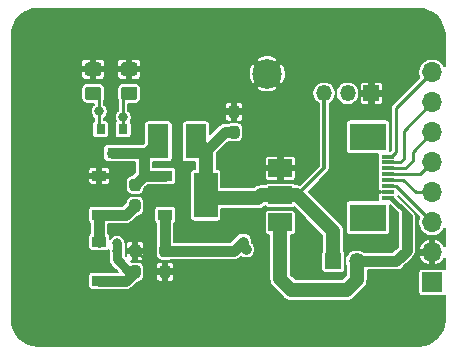
<source format=gbr>
%TF.GenerationSoftware,KiCad,Pcbnew,(5.1.6)-1*%
%TF.CreationDate,2020-05-23T23:32:43+08:00*%
%TF.ProjectId,ePap,65506170-2e6b-4696-9361-645f70636258,rev?*%
%TF.SameCoordinates,Original*%
%TF.FileFunction,Copper,L2,Bot*%
%TF.FilePolarity,Positive*%
%FSLAX46Y46*%
G04 Gerber Fmt 4.6, Leading zero omitted, Abs format (unit mm)*
G04 Created by KiCad (PCBNEW (5.1.6)-1) date 2020-05-23 23:32:43*
%MOMM*%
%LPD*%
G01*
G04 APERTURE LIST*
%TA.AperFunction,ComponentPad*%
%ADD10R,1.700000X1.700000*%
%TD*%
%TA.AperFunction,ComponentPad*%
%ADD11O,1.700000X1.700000*%
%TD*%
%TA.AperFunction,SMDPad,CuDef*%
%ADD12R,1.200000X0.900000*%
%TD*%
%TA.AperFunction,SMDPad,CuDef*%
%ADD13R,1.100000X0.300000*%
%TD*%
%TA.AperFunction,SMDPad,CuDef*%
%ADD14R,3.100000X2.300000*%
%TD*%
%TA.AperFunction,ComponentPad*%
%ADD15R,1.350000X1.350000*%
%TD*%
%TA.AperFunction,ComponentPad*%
%ADD16O,1.350000X1.350000*%
%TD*%
%TA.AperFunction,SMDPad,CuDef*%
%ADD17R,1.800000X2.900000*%
%TD*%
%TA.AperFunction,SMDPad,CuDef*%
%ADD18R,0.800000X0.900000*%
%TD*%
%TA.AperFunction,ComponentPad*%
%ADD19C,2.500000*%
%TD*%
%TA.AperFunction,SMDPad,CuDef*%
%ADD20R,2.000000X3.800000*%
%TD*%
%TA.AperFunction,SMDPad,CuDef*%
%ADD21R,2.000000X1.500000*%
%TD*%
%TA.AperFunction,ViaPad*%
%ADD22C,0.800000*%
%TD*%
%TA.AperFunction,ViaPad*%
%ADD23C,3.000000*%
%TD*%
%TA.AperFunction,Conductor*%
%ADD24C,0.250000*%
%TD*%
%TA.AperFunction,Conductor*%
%ADD25C,1.200000*%
%TD*%
%TA.AperFunction,Conductor*%
%ADD26C,0.300000*%
%TD*%
%TA.AperFunction,Conductor*%
%ADD27C,0.900000*%
%TD*%
%TA.AperFunction,Conductor*%
%ADD28C,0.800000*%
%TD*%
%TA.AperFunction,Conductor*%
%ADD29C,0.390000*%
%TD*%
%TA.AperFunction,Conductor*%
%ADD30C,0.127000*%
%TD*%
%ADD31C,0.350000*%
G04 APERTURE END LIST*
D10*
%TO.P,J4,1*%
%TO.N,/VIN*%
X136398000Y-106426000D03*
D11*
%TO.P,J4,2*%
%TO.N,GND*%
X136398000Y-103886000D03*
%TO.P,J4,3*%
%TO.N,/MOSI*%
X136398000Y-101346000D03*
%TO.P,J4,4*%
%TO.N,/SCK*%
X136398000Y-98806000D03*
%TO.P,J4,5*%
%TO.N,/CS*%
X136398000Y-96266000D03*
%TO.P,J4,6*%
%TO.N,/D\u005CC*%
X136398000Y-93726000D03*
%TO.P,J4,7*%
%TO.N,/RST*%
X136398000Y-91186000D03*
%TO.P,J4,8*%
%TO.N,/BUSY*%
X136398000Y-88646000D03*
%TD*%
%TO.P,C9,2*%
%TO.N,GND*%
%TA.AperFunction,SMDPad,CuDef*%
G36*
G01*
X119871500Y-92501000D02*
X119396500Y-92501000D01*
G75*
G02*
X119159000Y-92263500I0J237500D01*
G01*
X119159000Y-91688500D01*
G75*
G02*
X119396500Y-91451000I237500J0D01*
G01*
X119871500Y-91451000D01*
G75*
G02*
X120109000Y-91688500I0J-237500D01*
G01*
X120109000Y-92263500D01*
G75*
G02*
X119871500Y-92501000I-237500J0D01*
G01*
G37*
%TD.AperFunction*%
%TO.P,C9,1*%
%TO.N,+3V3*%
%TA.AperFunction,SMDPad,CuDef*%
G36*
G01*
X119871500Y-94251000D02*
X119396500Y-94251000D01*
G75*
G02*
X119159000Y-94013500I0J237500D01*
G01*
X119159000Y-93438500D01*
G75*
G02*
X119396500Y-93201000I237500J0D01*
G01*
X119871500Y-93201000D01*
G75*
G02*
X120109000Y-93438500I0J-237500D01*
G01*
X120109000Y-94013500D01*
G75*
G02*
X119871500Y-94251000I-237500J0D01*
G01*
G37*
%TD.AperFunction*%
%TD*%
%TO.P,C10,2*%
%TO.N,Net-(C10-Pad2)*%
%TA.AperFunction,SMDPad,CuDef*%
G36*
G01*
X111014500Y-99410000D02*
X111489500Y-99410000D01*
G75*
G02*
X111727000Y-99647500I0J-237500D01*
G01*
X111727000Y-100222500D01*
G75*
G02*
X111489500Y-100460000I-237500J0D01*
G01*
X111014500Y-100460000D01*
G75*
G02*
X110777000Y-100222500I0J237500D01*
G01*
X110777000Y-99647500D01*
G75*
G02*
X111014500Y-99410000I237500J0D01*
G01*
G37*
%TD.AperFunction*%
%TO.P,C10,1*%
%TO.N,Net-(C10-Pad1)*%
%TA.AperFunction,SMDPad,CuDef*%
G36*
G01*
X111014500Y-97660000D02*
X111489500Y-97660000D01*
G75*
G02*
X111727000Y-97897500I0J-237500D01*
G01*
X111727000Y-98472500D01*
G75*
G02*
X111489500Y-98710000I-237500J0D01*
G01*
X111014500Y-98710000D01*
G75*
G02*
X110777000Y-98472500I0J237500D01*
G01*
X110777000Y-97897500D01*
G75*
G02*
X111014500Y-97660000I237500J0D01*
G01*
G37*
%TD.AperFunction*%
%TD*%
%TO.P,C11,1*%
%TO.N,/PREVGH*%
%TA.AperFunction,SMDPad,CuDef*%
G36*
G01*
X113554500Y-103248000D02*
X114029500Y-103248000D01*
G75*
G02*
X114267000Y-103485500I0J-237500D01*
G01*
X114267000Y-104060500D01*
G75*
G02*
X114029500Y-104298000I-237500J0D01*
G01*
X113554500Y-104298000D01*
G75*
G02*
X113317000Y-104060500I0J237500D01*
G01*
X113317000Y-103485500D01*
G75*
G02*
X113554500Y-103248000I237500J0D01*
G01*
G37*
%TD.AperFunction*%
%TO.P,C11,2*%
%TO.N,GND*%
%TA.AperFunction,SMDPad,CuDef*%
G36*
G01*
X113554500Y-104998000D02*
X114029500Y-104998000D01*
G75*
G02*
X114267000Y-105235500I0J-237500D01*
G01*
X114267000Y-105810500D01*
G75*
G02*
X114029500Y-106048000I-237500J0D01*
G01*
X113554500Y-106048000D01*
G75*
G02*
X113317000Y-105810500I0J237500D01*
G01*
X113317000Y-105235500D01*
G75*
G02*
X113554500Y-104998000I237500J0D01*
G01*
G37*
%TD.AperFunction*%
%TD*%
%TO.P,C12,2*%
%TO.N,/PREVGL*%
%TA.AperFunction,SMDPad,CuDef*%
G36*
G01*
X111014500Y-104998000D02*
X111489500Y-104998000D01*
G75*
G02*
X111727000Y-105235500I0J-237500D01*
G01*
X111727000Y-105810500D01*
G75*
G02*
X111489500Y-106048000I-237500J0D01*
G01*
X111014500Y-106048000D01*
G75*
G02*
X110777000Y-105810500I0J237500D01*
G01*
X110777000Y-105235500D01*
G75*
G02*
X111014500Y-104998000I237500J0D01*
G01*
G37*
%TD.AperFunction*%
%TO.P,C12,1*%
%TO.N,GND*%
%TA.AperFunction,SMDPad,CuDef*%
G36*
G01*
X111014500Y-103248000D02*
X111489500Y-103248000D01*
G75*
G02*
X111727000Y-103485500I0J-237500D01*
G01*
X111727000Y-104060500D01*
G75*
G02*
X111489500Y-104298000I-237500J0D01*
G01*
X111014500Y-104298000D01*
G75*
G02*
X110777000Y-104060500I0J237500D01*
G01*
X110777000Y-103485500D01*
G75*
G02*
X111014500Y-103248000I237500J0D01*
G01*
G37*
%TD.AperFunction*%
%TD*%
D12*
%TO.P,D1,2*%
%TO.N,Net-(C10-Pad2)*%
X108204000Y-100710000D03*
%TO.P,D1,1*%
%TO.N,GND*%
X108204000Y-97410000D03*
%TD*%
%TO.P,D2,1*%
%TO.N,/PREVGH*%
X113792000Y-100710000D03*
%TO.P,D2,2*%
%TO.N,Net-(C10-Pad1)*%
X113792000Y-97410000D03*
%TD*%
%TO.P,D3,1*%
%TO.N,Net-(C10-Pad2)*%
X108204000Y-102998000D03*
%TO.P,D3,2*%
%TO.N,/PREVGL*%
X108204000Y-106298000D03*
%TD*%
D13*
%TO.P,J1,1*%
%TO.N,/VIN*%
X132668000Y-99277000D03*
%TO.P,J1,2*%
%TO.N,GND*%
X132668000Y-98777000D03*
%TO.P,J1,3*%
%TO.N,/MOSI*%
X132668000Y-98277000D03*
%TO.P,J1,4*%
%TO.N,/SCK*%
X132668000Y-97777000D03*
%TO.P,J1,5*%
%TO.N,/CS*%
X132668000Y-97277000D03*
%TO.P,J1,6*%
%TO.N,/D\u005CC*%
X132668000Y-96777000D03*
%TO.P,J1,7*%
%TO.N,/RST*%
X132668000Y-96277000D03*
%TO.P,J1,8*%
%TO.N,/BUSY*%
X132668000Y-95777000D03*
D14*
%TO.P,J1,MP*%
%TO.N,N/C*%
X130968000Y-100947000D03*
X130968000Y-94107000D03*
%TD*%
D15*
%TO.P,J2,1*%
%TO.N,GND*%
X131254000Y-90424000D03*
D16*
%TO.P,J2,2*%
%TO.N,/BS1*%
X129254000Y-90424000D03*
%TO.P,J2,3*%
%TO.N,+3V3*%
X127254000Y-90424000D03*
%TD*%
D15*
%TO.P,J3,1*%
%TO.N,+3V3*%
X128016000Y-104648000D03*
D16*
%TO.P,J3,2*%
%TO.N,/VIN*%
X130016000Y-104648000D03*
%TD*%
D17*
%TO.P,L1,1*%
%TO.N,+3V3*%
X116408000Y-94488000D03*
%TO.P,L1,2*%
%TO.N,Net-(C10-Pad1)*%
X113208000Y-94488000D03*
%TD*%
D18*
%TO.P,Q1,1*%
%TO.N,/GDR*%
X108336000Y-93472000D03*
%TO.P,Q1,2*%
%TO.N,/RESE*%
X110236000Y-93472000D03*
%TO.P,Q1,3*%
%TO.N,Net-(C10-Pad1)*%
X109286000Y-95472000D03*
%TD*%
%TO.P,R1,2*%
%TO.N,GND*%
%TA.AperFunction,SMDPad,CuDef*%
G36*
G01*
X108146001Y-88958000D02*
X107245999Y-88958000D01*
G75*
G02*
X106996000Y-88708001I0J249999D01*
G01*
X106996000Y-88057999D01*
G75*
G02*
X107245999Y-87808000I249999J0D01*
G01*
X108146001Y-87808000D01*
G75*
G02*
X108396000Y-88057999I0J-249999D01*
G01*
X108396000Y-88708001D01*
G75*
G02*
X108146001Y-88958000I-249999J0D01*
G01*
G37*
%TD.AperFunction*%
%TO.P,R1,1*%
%TO.N,/GDR*%
%TA.AperFunction,SMDPad,CuDef*%
G36*
G01*
X108146001Y-91008000D02*
X107245999Y-91008000D01*
G75*
G02*
X106996000Y-90758001I0J249999D01*
G01*
X106996000Y-90107999D01*
G75*
G02*
X107245999Y-89858000I249999J0D01*
G01*
X108146001Y-89858000D01*
G75*
G02*
X108396000Y-90107999I0J-249999D01*
G01*
X108396000Y-90758001D01*
G75*
G02*
X108146001Y-91008000I-249999J0D01*
G01*
G37*
%TD.AperFunction*%
%TD*%
%TO.P,R2,1*%
%TO.N,/RESE*%
%TA.AperFunction,SMDPad,CuDef*%
G36*
G01*
X111194001Y-90999000D02*
X110293999Y-90999000D01*
G75*
G02*
X110044000Y-90749001I0J249999D01*
G01*
X110044000Y-90098999D01*
G75*
G02*
X110293999Y-89849000I249999J0D01*
G01*
X111194001Y-89849000D01*
G75*
G02*
X111444000Y-90098999I0J-249999D01*
G01*
X111444000Y-90749001D01*
G75*
G02*
X111194001Y-90999000I-249999J0D01*
G01*
G37*
%TD.AperFunction*%
%TO.P,R2,2*%
%TO.N,GND*%
%TA.AperFunction,SMDPad,CuDef*%
G36*
G01*
X111194001Y-88949000D02*
X110293999Y-88949000D01*
G75*
G02*
X110044000Y-88699001I0J249999D01*
G01*
X110044000Y-88048999D01*
G75*
G02*
X110293999Y-87799000I249999J0D01*
G01*
X111194001Y-87799000D01*
G75*
G02*
X111444000Y-88048999I0J-249999D01*
G01*
X111444000Y-88699001D01*
G75*
G02*
X111194001Y-88949000I-249999J0D01*
G01*
G37*
%TD.AperFunction*%
%TD*%
D19*
%TO.P,TP3,1*%
%TO.N,GND*%
X122428000Y-88773000D03*
%TD*%
D20*
%TO.P,U1,4*%
%TO.N,+3V3*%
X117246000Y-99060000D03*
D21*
%TO.P,U1,2*%
X123546000Y-99060000D03*
%TO.P,U1,3*%
%TO.N,/VIN*%
X123546000Y-101360000D03*
%TO.P,U1,1*%
%TO.N,GND*%
X123546000Y-96760000D03*
%TD*%
D22*
%TO.N,GND*%
X124968000Y-89916000D03*
X115824000Y-86868000D03*
X121920000Y-86868000D03*
X128016000Y-86868000D03*
X112776000Y-83820000D03*
X118872000Y-83820000D03*
X124968000Y-83820000D03*
X131064000Y-83820000D03*
X112776000Y-89916000D03*
X102616000Y-97536000D03*
X102616000Y-100584000D03*
X102616000Y-103632000D03*
X102616000Y-91440000D03*
X128016000Y-99060000D03*
X128016000Y-111252000D03*
X121920000Y-111252000D03*
X115824000Y-111252000D03*
X109728000Y-111252000D03*
X103632000Y-83820000D03*
X103632000Y-111252000D03*
X112776000Y-108204000D03*
X118872000Y-108204000D03*
X131064000Y-108204000D03*
D23*
X106807000Y-85471000D03*
X134366000Y-85471000D03*
X106807000Y-109601000D03*
X134493000Y-109601000D03*
D22*
X109728000Y-86868000D03*
%TO.N,+3V3*%
X120678000Y-99286000D03*
X121694000Y-99286000D03*
%TO.N,/PREVGH*%
X120396000Y-102997000D03*
X120650000Y-103632000D03*
%TO.N,/PREVGL*%
X109728000Y-103759000D03*
X109728000Y-103124000D03*
%TO.N,/GDR*%
X108204000Y-91948000D03*
%TO.N,/RESE*%
X110236000Y-92456000D03*
%TD*%
D24*
%TO.N,GND*%
X111252000Y-103773000D02*
X111393000Y-103773000D01*
X113143000Y-105523000D02*
X113792000Y-105523000D01*
X111393000Y-103773000D02*
X113143000Y-105523000D01*
D25*
%TO.N,+3V3*%
X121920000Y-99060000D02*
X121694000Y-99286000D01*
X123546000Y-99060000D02*
X121920000Y-99060000D01*
X117246000Y-95326000D02*
X116408000Y-94488000D01*
X117246000Y-99060000D02*
X117246000Y-95326000D01*
X117472000Y-99286000D02*
X117246000Y-99060000D01*
X121694000Y-99286000D02*
X117472000Y-99286000D01*
X123546000Y-99060000D02*
X124968000Y-99060000D01*
X128016000Y-102108000D02*
X128016000Y-104648000D01*
X124968000Y-99060000D02*
X128016000Y-102108000D01*
D26*
X127254000Y-96774000D02*
X124968000Y-99060000D01*
X127254000Y-90424000D02*
X127254000Y-96774000D01*
D27*
X118846000Y-93726000D02*
X117246000Y-95326000D01*
X119634000Y-93726000D02*
X118846000Y-93726000D01*
%TO.N,Net-(C10-Pad2)*%
X108204000Y-100710000D02*
X108204000Y-102998000D01*
X110477000Y-100710000D02*
X111252000Y-99935000D01*
X108204000Y-100710000D02*
X110477000Y-100710000D01*
D24*
%TO.N,Net-(C10-Pad1)*%
X112224000Y-95472000D02*
X113208000Y-94488000D01*
D27*
X109286000Y-95472000D02*
X112224000Y-95472000D01*
X112027000Y-97410000D02*
X111252000Y-98185000D01*
X113792000Y-97410000D02*
X112027000Y-97410000D01*
X112027000Y-95669000D02*
X113208000Y-94488000D01*
X112027000Y-97410000D02*
X112027000Y-95669000D01*
D24*
%TO.N,/PREVGH*%
X113933000Y-103632000D02*
X113792000Y-103773000D01*
D27*
X113792000Y-100710000D02*
X113792000Y-103773000D01*
X119620000Y-103773000D02*
X120396000Y-102997000D01*
X113792000Y-103773000D02*
X119620000Y-103773000D01*
X120396000Y-103378000D02*
X120650000Y-103632000D01*
X120396000Y-102997000D02*
X120396000Y-103378000D01*
%TO.N,/PREVGL*%
X110477000Y-106298000D02*
X111252000Y-105523000D01*
X108204000Y-106298000D02*
X110477000Y-106298000D01*
X110926315Y-105523000D02*
X111252000Y-105523000D01*
D28*
X110777000Y-105523000D02*
X111252000Y-105523000D01*
X109728000Y-104474000D02*
X110777000Y-105523000D01*
X109728000Y-103124000D02*
X109728000Y-104474000D01*
D25*
%TO.N,/VIN*%
X123546000Y-101360000D02*
X123546000Y-106147000D01*
X123546000Y-106147000D02*
X124460000Y-107061000D01*
X124460000Y-107061000D02*
X129159000Y-107061000D01*
X130016000Y-106204000D02*
X130016000Y-104648000D01*
X129159000Y-107061000D02*
X130016000Y-106204000D01*
D24*
X134493000Y-101727000D02*
X134239000Y-101981000D01*
D29*
X134493000Y-100838000D02*
X134493000Y-101727000D01*
D27*
X134239000Y-101981000D02*
X134239000Y-101092000D01*
D29*
X133985000Y-100330000D02*
X134493000Y-100838000D01*
D24*
X133985000Y-101727000D02*
X134239000Y-101981000D01*
D29*
X133985000Y-100330000D02*
X133985000Y-101727000D01*
X133286500Y-99631500D02*
X133985000Y-100330000D01*
D27*
X133350000Y-104648000D02*
X134239000Y-103759000D01*
X130016000Y-104648000D02*
X133350000Y-104648000D01*
X134239000Y-103759000D02*
X134239000Y-101981000D01*
D29*
X132992000Y-99337000D02*
X133286500Y-99631500D01*
D24*
%TO.N,/MOSI*%
X132668000Y-98277000D02*
X133329000Y-98277000D01*
X133329000Y-98277000D02*
X133477000Y-98425000D01*
X133477000Y-98425000D02*
X136398000Y-101346000D01*
%TO.N,/SCK*%
X136385000Y-98819000D02*
X136398000Y-98806000D01*
X135014000Y-98819000D02*
X136385000Y-98819000D01*
X132668000Y-97777000D02*
X133972000Y-97777000D01*
X133972000Y-97777000D02*
X135014000Y-98819000D01*
%TO.N,/CS*%
X135387000Y-97277000D02*
X136398000Y-96266000D01*
X132668000Y-97277000D02*
X135387000Y-97277000D01*
%TO.N,/D\u005CC*%
X132668000Y-96777000D02*
X134109000Y-96777000D01*
X134109000Y-96777000D02*
X134747000Y-96139000D01*
X134747000Y-95377000D02*
X136398000Y-93726000D01*
X134747000Y-96139000D02*
X134747000Y-95377000D01*
%TO.N,/RST*%
X132668000Y-96277000D02*
X133720000Y-96277000D01*
X133720000Y-96277000D02*
X133985000Y-96012000D01*
X133985000Y-93599000D02*
X136398000Y-91186000D01*
X133985000Y-96012000D02*
X133985000Y-93599000D01*
%TO.N,/BUSY*%
X132668000Y-95777000D02*
X132950000Y-95777000D01*
X132950000Y-95777000D02*
X133350000Y-95377000D01*
X133350000Y-91694000D02*
X136398000Y-88646000D01*
X133350000Y-95377000D02*
X133350000Y-91694000D01*
%TO.N,/GDR*%
X108204000Y-93340000D02*
X108336000Y-93472000D01*
X108204000Y-90424000D02*
X108204000Y-91948000D01*
X108204000Y-91948000D02*
X108204000Y-93340000D01*
%TO.N,/RESE*%
X110236000Y-90932000D02*
X110744000Y-90424000D01*
X110236000Y-93472000D02*
X110236000Y-92456000D01*
X110236000Y-92456000D02*
X110236000Y-90932000D01*
%TD*%
D30*
%TO.N,GND*%
G36*
X135681509Y-83316962D02*
G01*
X136091775Y-83440828D01*
X136470169Y-83642023D01*
X136802279Y-83912886D01*
X137075447Y-84243090D01*
X137279279Y-84620069D01*
X137406007Y-85029462D01*
X137452501Y-85471816D01*
X137452501Y-88140966D01*
X137432625Y-88092981D01*
X137304856Y-87901762D01*
X137142238Y-87739144D01*
X136951019Y-87611375D01*
X136738547Y-87523366D01*
X136512989Y-87478500D01*
X136283011Y-87478500D01*
X136057453Y-87523366D01*
X135844981Y-87611375D01*
X135653762Y-87739144D01*
X135491144Y-87901762D01*
X135363375Y-88092981D01*
X135275366Y-88305453D01*
X135230500Y-88531011D01*
X135230500Y-88760989D01*
X135275366Y-88986547D01*
X135321144Y-89097066D01*
X133052476Y-91365735D01*
X133035592Y-91379591D01*
X133021736Y-91396475D01*
X133021735Y-91396476D01*
X132980295Y-91446971D01*
X132939205Y-91523844D01*
X132913904Y-91607255D01*
X132905359Y-91694000D01*
X132907501Y-91715745D01*
X132907500Y-95193711D01*
X132836252Y-95264959D01*
X132837036Y-95257000D01*
X132837036Y-92957000D01*
X132830906Y-92894759D01*
X132812751Y-92834910D01*
X132783269Y-92779753D01*
X132743593Y-92731407D01*
X132695247Y-92691731D01*
X132640090Y-92662249D01*
X132580241Y-92644094D01*
X132518000Y-92637964D01*
X129418000Y-92637964D01*
X129355759Y-92644094D01*
X129295910Y-92662249D01*
X129240753Y-92691731D01*
X129192407Y-92731407D01*
X129152731Y-92779753D01*
X129123249Y-92834910D01*
X129105094Y-92894759D01*
X129098964Y-92957000D01*
X129098964Y-95257000D01*
X129105094Y-95319241D01*
X129123249Y-95379090D01*
X129152731Y-95434247D01*
X129192407Y-95482593D01*
X129240753Y-95522269D01*
X129295910Y-95551751D01*
X129355759Y-95569906D01*
X129418000Y-95576036D01*
X131803983Y-95576036D01*
X131798964Y-95627000D01*
X131798964Y-95927000D01*
X131805094Y-95989241D01*
X131816548Y-96027000D01*
X131805094Y-96064759D01*
X131798964Y-96127000D01*
X131798964Y-96427000D01*
X131805094Y-96489241D01*
X131816548Y-96527000D01*
X131805094Y-96564759D01*
X131798964Y-96627000D01*
X131798964Y-96927000D01*
X131805094Y-96989241D01*
X131816548Y-97027000D01*
X131805094Y-97064759D01*
X131798964Y-97127000D01*
X131798964Y-97427000D01*
X131805094Y-97489241D01*
X131816548Y-97527000D01*
X131805094Y-97564759D01*
X131798964Y-97627000D01*
X131798964Y-97927000D01*
X131805094Y-97989241D01*
X131816548Y-98027000D01*
X131805094Y-98064759D01*
X131798964Y-98127000D01*
X131798964Y-98427000D01*
X131805094Y-98489241D01*
X131816585Y-98527122D01*
X131805811Y-98561259D01*
X131800500Y-98611125D01*
X131879875Y-98690500D01*
X131938597Y-98690500D01*
X131940753Y-98692269D01*
X131995910Y-98721751D01*
X132055759Y-98739906D01*
X132118000Y-98746036D01*
X132878500Y-98746036D01*
X132878500Y-98807964D01*
X132118000Y-98807964D01*
X132055759Y-98814094D01*
X131995910Y-98832249D01*
X131940753Y-98861731D01*
X131938597Y-98863500D01*
X131879875Y-98863500D01*
X131800500Y-98942875D01*
X131805811Y-98992741D01*
X131816585Y-99026878D01*
X131805094Y-99064759D01*
X131798964Y-99127000D01*
X131798964Y-99427000D01*
X131803983Y-99477964D01*
X129418000Y-99477964D01*
X129355759Y-99484094D01*
X129295910Y-99502249D01*
X129240753Y-99531731D01*
X129192407Y-99571407D01*
X129152731Y-99619753D01*
X129123249Y-99674910D01*
X129105094Y-99734759D01*
X129098964Y-99797000D01*
X129098964Y-102097000D01*
X129105094Y-102159241D01*
X129123249Y-102219090D01*
X129152731Y-102274247D01*
X129192407Y-102322593D01*
X129240753Y-102362269D01*
X129295910Y-102391751D01*
X129355759Y-102409906D01*
X129418000Y-102416036D01*
X132518000Y-102416036D01*
X132580241Y-102409906D01*
X132640090Y-102391751D01*
X132695247Y-102362269D01*
X132743593Y-102322593D01*
X132783269Y-102274247D01*
X132812751Y-102219090D01*
X132830906Y-102159241D01*
X132837036Y-102097000D01*
X132837036Y-99906820D01*
X133472500Y-100542284D01*
X133472501Y-101044145D01*
X133471500Y-101054302D01*
X133471500Y-102018697D01*
X133471501Y-102018707D01*
X133471500Y-103441091D01*
X133032092Y-103880500D01*
X130652107Y-103880500D01*
X130648682Y-103877075D01*
X130486125Y-103768458D01*
X130305501Y-103693641D01*
X130113753Y-103655500D01*
X129918247Y-103655500D01*
X129726499Y-103693641D01*
X129545875Y-103768458D01*
X129383318Y-103877075D01*
X129245075Y-104015318D01*
X129136458Y-104177875D01*
X129061641Y-104358499D01*
X129023500Y-104550247D01*
X129023500Y-104745753D01*
X129061641Y-104937501D01*
X129098501Y-105026488D01*
X129098500Y-105823959D01*
X128778960Y-106143500D01*
X124840041Y-106143500D01*
X124463500Y-105766960D01*
X124463500Y-102429036D01*
X124546000Y-102429036D01*
X124608241Y-102422906D01*
X124668090Y-102404751D01*
X124723247Y-102375269D01*
X124771593Y-102335593D01*
X124811269Y-102287247D01*
X124840751Y-102232090D01*
X124858906Y-102172241D01*
X124865036Y-102110000D01*
X124865036Y-100610000D01*
X124858906Y-100547759D01*
X124840751Y-100487910D01*
X124811269Y-100432753D01*
X124771593Y-100384407D01*
X124723247Y-100344731D01*
X124668090Y-100315249D01*
X124608241Y-100297094D01*
X124546000Y-100290964D01*
X122546000Y-100290964D01*
X122483759Y-100297094D01*
X122423910Y-100315249D01*
X122368753Y-100344731D01*
X122320407Y-100384407D01*
X122280731Y-100432753D01*
X122251249Y-100487910D01*
X122233094Y-100547759D01*
X122226964Y-100610000D01*
X122226964Y-102110000D01*
X122233094Y-102172241D01*
X122251249Y-102232090D01*
X122280731Y-102287247D01*
X122320407Y-102335593D01*
X122368753Y-102375269D01*
X122423910Y-102404751D01*
X122483759Y-102422906D01*
X122546000Y-102429036D01*
X122628500Y-102429036D01*
X122628501Y-106101928D01*
X122624062Y-106147000D01*
X122641776Y-106326861D01*
X122694239Y-106499810D01*
X122694240Y-106499811D01*
X122779437Y-106659202D01*
X122819639Y-106708188D01*
X122865361Y-106763901D01*
X122865364Y-106763904D01*
X122894092Y-106798909D01*
X122929096Y-106827637D01*
X123779363Y-107677904D01*
X123808091Y-107712909D01*
X123947798Y-107827564D01*
X124107189Y-107912761D01*
X124280139Y-107965224D01*
X124414931Y-107978500D01*
X124414940Y-107978500D01*
X124459999Y-107982938D01*
X124505058Y-107978500D01*
X129113938Y-107978500D01*
X129159000Y-107982938D01*
X129204062Y-107978500D01*
X129204069Y-107978500D01*
X129338861Y-107965224D01*
X129511811Y-107912761D01*
X129671202Y-107827564D01*
X129810909Y-107712909D01*
X129839641Y-107677899D01*
X130632905Y-106884636D01*
X130667909Y-106855909D01*
X130782564Y-106716202D01*
X130867761Y-106556811D01*
X130870192Y-106548797D01*
X130920224Y-106383862D01*
X130925838Y-106326861D01*
X130933500Y-106249069D01*
X130933500Y-106249063D01*
X130937938Y-106204001D01*
X130933500Y-106158939D01*
X130933500Y-105415500D01*
X133312302Y-105415500D01*
X133350000Y-105419213D01*
X133500456Y-105404394D01*
X133519052Y-105398753D01*
X133645130Y-105360508D01*
X133778463Y-105289240D01*
X133895330Y-105193330D01*
X133919370Y-105164037D01*
X134755048Y-104328361D01*
X134784330Y-104304330D01*
X134825352Y-104254344D01*
X135290129Y-104254344D01*
X135354150Y-104408931D01*
X135476226Y-104602528D01*
X135633725Y-104768589D01*
X135820595Y-104900733D01*
X136029654Y-104993881D01*
X136207500Y-104958488D01*
X136207500Y-104076500D01*
X135326680Y-104076500D01*
X135290129Y-104254344D01*
X134825352Y-104254344D01*
X134880240Y-104187463D01*
X134951508Y-104054130D01*
X134995394Y-103909456D01*
X135006500Y-103796698D01*
X135006500Y-103796697D01*
X135010213Y-103759000D01*
X135006500Y-103721302D01*
X135006500Y-103517656D01*
X135290129Y-103517656D01*
X135326680Y-103695500D01*
X136207500Y-103695500D01*
X136207500Y-102813512D01*
X136029654Y-102778119D01*
X135820595Y-102871267D01*
X135633725Y-103003411D01*
X135476226Y-103169472D01*
X135354150Y-103363069D01*
X135290129Y-103517656D01*
X135006500Y-103517656D01*
X135006500Y-101054302D01*
X135005500Y-101044149D01*
X135005500Y-100863159D01*
X135007978Y-100837999D01*
X135005500Y-100812839D01*
X135005500Y-100812830D01*
X134998084Y-100737533D01*
X134968779Y-100640926D01*
X134921189Y-100551893D01*
X134857145Y-100473855D01*
X134837594Y-100457810D01*
X134365189Y-99985405D01*
X134349145Y-99965855D01*
X134329594Y-99949810D01*
X133537036Y-99157252D01*
X133537036Y-99127000D01*
X133535269Y-99109058D01*
X135321144Y-100894934D01*
X135275366Y-101005453D01*
X135230500Y-101231011D01*
X135230500Y-101460989D01*
X135275366Y-101686547D01*
X135363375Y-101899019D01*
X135491144Y-102090238D01*
X135653762Y-102252856D01*
X135844981Y-102380625D01*
X136057453Y-102468634D01*
X136283011Y-102513500D01*
X136512989Y-102513500D01*
X136738547Y-102468634D01*
X136951019Y-102380625D01*
X137142238Y-102252856D01*
X137304856Y-102090238D01*
X137432625Y-101899019D01*
X137452500Y-101851036D01*
X137452500Y-103388785D01*
X137441850Y-103363069D01*
X137319774Y-103169472D01*
X137162275Y-103003411D01*
X136975405Y-102871267D01*
X136766346Y-102778119D01*
X136588500Y-102813512D01*
X136588500Y-103695500D01*
X136608500Y-103695500D01*
X136608500Y-104076500D01*
X136588500Y-104076500D01*
X136588500Y-104958488D01*
X136766346Y-104993881D01*
X136975405Y-104900733D01*
X137162275Y-104768589D01*
X137319774Y-104602528D01*
X137441850Y-104408931D01*
X137452500Y-104383215D01*
X137452500Y-105333097D01*
X137425247Y-105310731D01*
X137370090Y-105281249D01*
X137310241Y-105263094D01*
X137248000Y-105256964D01*
X135548000Y-105256964D01*
X135485759Y-105263094D01*
X135425910Y-105281249D01*
X135370753Y-105310731D01*
X135322407Y-105350407D01*
X135282731Y-105398753D01*
X135253249Y-105453910D01*
X135235094Y-105513759D01*
X135228964Y-105576000D01*
X135228964Y-107276000D01*
X135235094Y-107338241D01*
X135253249Y-107398090D01*
X135282731Y-107453247D01*
X135322407Y-107501593D01*
X135370753Y-107541269D01*
X135425910Y-107570751D01*
X135485759Y-107588906D01*
X135548000Y-107595036D01*
X137248000Y-107595036D01*
X137310241Y-107588906D01*
X137370090Y-107570751D01*
X137425247Y-107541269D01*
X137452500Y-107518903D01*
X137452500Y-109584253D01*
X137409038Y-110027508D01*
X137285172Y-110437775D01*
X137083974Y-110816173D01*
X136813117Y-111148276D01*
X136482910Y-111421447D01*
X136105929Y-111625280D01*
X135696539Y-111752007D01*
X135254190Y-111798500D01*
X103013747Y-111798500D01*
X102570492Y-111755038D01*
X102160225Y-111631172D01*
X101781827Y-111429974D01*
X101449724Y-111159117D01*
X101176553Y-110828910D01*
X100972720Y-110451929D01*
X100845993Y-110042539D01*
X100799500Y-109600190D01*
X100799500Y-100260000D01*
X107284964Y-100260000D01*
X107284964Y-101160000D01*
X107291094Y-101222241D01*
X107309249Y-101282090D01*
X107338731Y-101337247D01*
X107378407Y-101385593D01*
X107426753Y-101425269D01*
X107436500Y-101430479D01*
X107436501Y-102277521D01*
X107426753Y-102282731D01*
X107378407Y-102322407D01*
X107338731Y-102370753D01*
X107309249Y-102425910D01*
X107291094Y-102485759D01*
X107284964Y-102548000D01*
X107284964Y-103448000D01*
X107291094Y-103510241D01*
X107309249Y-103570090D01*
X107338731Y-103625247D01*
X107378407Y-103673593D01*
X107426753Y-103713269D01*
X107481910Y-103742751D01*
X107541759Y-103760906D01*
X107604000Y-103767036D01*
X108181897Y-103767036D01*
X108204000Y-103769213D01*
X108226103Y-103767036D01*
X108804000Y-103767036D01*
X108866241Y-103760906D01*
X108926090Y-103742751D01*
X108981247Y-103713269D01*
X109010500Y-103689262D01*
X109010500Y-103829668D01*
X109010501Y-103829671D01*
X109010501Y-104438758D01*
X109007030Y-104474000D01*
X109020883Y-104614654D01*
X109061910Y-104749903D01*
X109128535Y-104874550D01*
X109195732Y-104956429D01*
X109195736Y-104956433D01*
X109218198Y-104983803D01*
X109245568Y-105006265D01*
X109769802Y-105530500D01*
X108819596Y-105530500D01*
X108804000Y-105528964D01*
X107604000Y-105528964D01*
X107541759Y-105535094D01*
X107481910Y-105553249D01*
X107426753Y-105582731D01*
X107378407Y-105622407D01*
X107338731Y-105670753D01*
X107309249Y-105725910D01*
X107291094Y-105785759D01*
X107284964Y-105848000D01*
X107284964Y-106748000D01*
X107291094Y-106810241D01*
X107309249Y-106870090D01*
X107338731Y-106925247D01*
X107378407Y-106973593D01*
X107426753Y-107013269D01*
X107481910Y-107042751D01*
X107541759Y-107060906D01*
X107604000Y-107067036D01*
X108804000Y-107067036D01*
X108819596Y-107065500D01*
X110439302Y-107065500D01*
X110477000Y-107069213D01*
X110627456Y-107054394D01*
X110637906Y-107051224D01*
X110772130Y-107010508D01*
X110905463Y-106939240D01*
X111022330Y-106843330D01*
X111046370Y-106814037D01*
X111493795Y-106366613D01*
X111598075Y-106356342D01*
X111702477Y-106324672D01*
X111798695Y-106273243D01*
X111883030Y-106204030D01*
X111952243Y-106119695D01*
X111990564Y-106048000D01*
X112997964Y-106048000D01*
X113004094Y-106110241D01*
X113022249Y-106170090D01*
X113051731Y-106225247D01*
X113091407Y-106273593D01*
X113139753Y-106313269D01*
X113194910Y-106342751D01*
X113254759Y-106360906D01*
X113317000Y-106367036D01*
X113522125Y-106365500D01*
X113601500Y-106286125D01*
X113601500Y-105713500D01*
X113982500Y-105713500D01*
X113982500Y-106286125D01*
X114061875Y-106365500D01*
X114267000Y-106367036D01*
X114329241Y-106360906D01*
X114389090Y-106342751D01*
X114444247Y-106313269D01*
X114492593Y-106273593D01*
X114532269Y-106225247D01*
X114561751Y-106170090D01*
X114579906Y-106110241D01*
X114586036Y-106048000D01*
X114584500Y-105792875D01*
X114505125Y-105713500D01*
X113982500Y-105713500D01*
X113601500Y-105713500D01*
X113078875Y-105713500D01*
X112999500Y-105792875D01*
X112997964Y-106048000D01*
X111990564Y-106048000D01*
X112003672Y-106023477D01*
X112035342Y-105919075D01*
X112046036Y-105810500D01*
X112046036Y-105235500D01*
X112035342Y-105126925D01*
X112003672Y-105022523D01*
X111990565Y-104998000D01*
X112997964Y-104998000D01*
X112999500Y-105253125D01*
X113078875Y-105332500D01*
X113601500Y-105332500D01*
X113601500Y-104759875D01*
X113982500Y-104759875D01*
X113982500Y-105332500D01*
X114505125Y-105332500D01*
X114584500Y-105253125D01*
X114586036Y-104998000D01*
X114579906Y-104935759D01*
X114561751Y-104875910D01*
X114532269Y-104820753D01*
X114492593Y-104772407D01*
X114444247Y-104732731D01*
X114389090Y-104703249D01*
X114329241Y-104685094D01*
X114267000Y-104678964D01*
X114061875Y-104680500D01*
X113982500Y-104759875D01*
X113601500Y-104759875D01*
X113522125Y-104680500D01*
X113317000Y-104678964D01*
X113254759Y-104685094D01*
X113194910Y-104703249D01*
X113139753Y-104732731D01*
X113091407Y-104772407D01*
X113051731Y-104820753D01*
X113022249Y-104875910D01*
X113004094Y-104935759D01*
X112997964Y-104998000D01*
X111990565Y-104998000D01*
X111952243Y-104926305D01*
X111883030Y-104841970D01*
X111798695Y-104772757D01*
X111702477Y-104721328D01*
X111598075Y-104689658D01*
X111489500Y-104678964D01*
X111014500Y-104678964D01*
X110953655Y-104684957D01*
X110884925Y-104616228D01*
X110982125Y-104615500D01*
X111061500Y-104536125D01*
X111061500Y-103963500D01*
X111442500Y-103963500D01*
X111442500Y-104536125D01*
X111521875Y-104615500D01*
X111727000Y-104617036D01*
X111789241Y-104610906D01*
X111849090Y-104592751D01*
X111904247Y-104563269D01*
X111952593Y-104523593D01*
X111992269Y-104475247D01*
X112021751Y-104420090D01*
X112039906Y-104360241D01*
X112046036Y-104298000D01*
X112044500Y-104042875D01*
X111965125Y-103963500D01*
X111442500Y-103963500D01*
X111061500Y-103963500D01*
X110538875Y-103963500D01*
X110459500Y-104042875D01*
X110458615Y-104189917D01*
X110445500Y-104176803D01*
X110445500Y-103248000D01*
X110457964Y-103248000D01*
X110459500Y-103503125D01*
X110538875Y-103582500D01*
X111061500Y-103582500D01*
X111061500Y-103009875D01*
X111442500Y-103009875D01*
X111442500Y-103582500D01*
X111965125Y-103582500D01*
X112044500Y-103503125D01*
X112046036Y-103248000D01*
X112039906Y-103185759D01*
X112021751Y-103125910D01*
X111992269Y-103070753D01*
X111952593Y-103022407D01*
X111904247Y-102982731D01*
X111849090Y-102953249D01*
X111789241Y-102935094D01*
X111727000Y-102928964D01*
X111521875Y-102930500D01*
X111442500Y-103009875D01*
X111061500Y-103009875D01*
X110982125Y-102930500D01*
X110777000Y-102928964D01*
X110714759Y-102935094D01*
X110654910Y-102953249D01*
X110599753Y-102982731D01*
X110551407Y-103022407D01*
X110511731Y-103070753D01*
X110482249Y-103125910D01*
X110464094Y-103185759D01*
X110457964Y-103248000D01*
X110445500Y-103248000D01*
X110445500Y-103053332D01*
X110438589Y-103018588D01*
X110435118Y-102983346D01*
X110424838Y-102949459D01*
X110417927Y-102914713D01*
X110404369Y-102881980D01*
X110394090Y-102848096D01*
X110377401Y-102816873D01*
X110363841Y-102784136D01*
X110344153Y-102754671D01*
X110327465Y-102723450D01*
X110305008Y-102696086D01*
X110285319Y-102666620D01*
X110260257Y-102641558D01*
X110237802Y-102614197D01*
X110210443Y-102591744D01*
X110185380Y-102566681D01*
X110155910Y-102546990D01*
X110128549Y-102524535D01*
X110097333Y-102507850D01*
X110067864Y-102488159D01*
X110035122Y-102474597D01*
X110003903Y-102457910D01*
X109970023Y-102447633D01*
X109937287Y-102434073D01*
X109902538Y-102427161D01*
X109868653Y-102416882D01*
X109833413Y-102413411D01*
X109798668Y-102406500D01*
X109763242Y-102406500D01*
X109728000Y-102403029D01*
X109692758Y-102406500D01*
X109657332Y-102406500D01*
X109622588Y-102413411D01*
X109587346Y-102416882D01*
X109553459Y-102427162D01*
X109518713Y-102434073D01*
X109485980Y-102447631D01*
X109452096Y-102457910D01*
X109420873Y-102474599D01*
X109388136Y-102488159D01*
X109358671Y-102507847D01*
X109327450Y-102524535D01*
X109300086Y-102546992D01*
X109270620Y-102566681D01*
X109245558Y-102591743D01*
X109218197Y-102614198D01*
X109195744Y-102641557D01*
X109170681Y-102666620D01*
X109150990Y-102696090D01*
X109128535Y-102723451D01*
X109123036Y-102733739D01*
X109123036Y-102548000D01*
X109116906Y-102485759D01*
X109098751Y-102425910D01*
X109069269Y-102370753D01*
X109029593Y-102322407D01*
X108981247Y-102282731D01*
X108971500Y-102277521D01*
X108971500Y-101477500D01*
X110439302Y-101477500D01*
X110477000Y-101481213D01*
X110627456Y-101466394D01*
X110645274Y-101460989D01*
X110772130Y-101422508D01*
X110905463Y-101351240D01*
X111022330Y-101255330D01*
X111046370Y-101226037D01*
X111493795Y-100778613D01*
X111598075Y-100768342D01*
X111702477Y-100736672D01*
X111798695Y-100685243D01*
X111883030Y-100616030D01*
X111952243Y-100531695D01*
X112003672Y-100435477D01*
X112035342Y-100331075D01*
X112042342Y-100260000D01*
X112872964Y-100260000D01*
X112872964Y-101160000D01*
X112879094Y-101222241D01*
X112897249Y-101282090D01*
X112926731Y-101337247D01*
X112966407Y-101385593D01*
X113014753Y-101425269D01*
X113024500Y-101430479D01*
X113024501Y-103324698D01*
X113008658Y-103376925D01*
X112997964Y-103485500D01*
X112997964Y-104060500D01*
X113008658Y-104169075D01*
X113040328Y-104273477D01*
X113091757Y-104369695D01*
X113160970Y-104454030D01*
X113245305Y-104523243D01*
X113341523Y-104574672D01*
X113445925Y-104606342D01*
X113554500Y-104617036D01*
X114029500Y-104617036D01*
X114138075Y-104606342D01*
X114242477Y-104574672D01*
X114306409Y-104540500D01*
X119582302Y-104540500D01*
X119620000Y-104544213D01*
X119770456Y-104529394D01*
X119790733Y-104523243D01*
X119915130Y-104485508D01*
X120048463Y-104414240D01*
X120165330Y-104318330D01*
X120189370Y-104289037D01*
X120212546Y-104265861D01*
X120221537Y-104273239D01*
X120354870Y-104344507D01*
X120499543Y-104388394D01*
X120649999Y-104403212D01*
X120800455Y-104388394D01*
X120945130Y-104344507D01*
X121078462Y-104273239D01*
X121195329Y-104177329D01*
X121291239Y-104060462D01*
X121362507Y-103927130D01*
X121406394Y-103782455D01*
X121421212Y-103631999D01*
X121406394Y-103481543D01*
X121362507Y-103336870D01*
X121291239Y-103203537D01*
X121219360Y-103115952D01*
X121163500Y-103060092D01*
X121163500Y-103034698D01*
X121167213Y-102997000D01*
X121152394Y-102846544D01*
X121133463Y-102784136D01*
X121108508Y-102701870D01*
X121037240Y-102568537D01*
X120941330Y-102451670D01*
X120824462Y-102355760D01*
X120691129Y-102284492D01*
X120588134Y-102253249D01*
X120546456Y-102240606D01*
X120396000Y-102225787D01*
X120245544Y-102240606D01*
X120100870Y-102284492D01*
X119967537Y-102355760D01*
X119850670Y-102451670D01*
X119826639Y-102480952D01*
X119302092Y-103005500D01*
X114559500Y-103005500D01*
X114559500Y-101430479D01*
X114569247Y-101425269D01*
X114617593Y-101385593D01*
X114657269Y-101337247D01*
X114686751Y-101282090D01*
X114704906Y-101222241D01*
X114711036Y-101160000D01*
X114711036Y-100260000D01*
X114704906Y-100197759D01*
X114686751Y-100137910D01*
X114657269Y-100082753D01*
X114617593Y-100034407D01*
X114569247Y-99994731D01*
X114514090Y-99965249D01*
X114454241Y-99947094D01*
X114392000Y-99940964D01*
X113814103Y-99940964D01*
X113792000Y-99938787D01*
X113769897Y-99940964D01*
X113192000Y-99940964D01*
X113129759Y-99947094D01*
X113069910Y-99965249D01*
X113014753Y-99994731D01*
X112966407Y-100034407D01*
X112926731Y-100082753D01*
X112897249Y-100137910D01*
X112879094Y-100197759D01*
X112872964Y-100260000D01*
X112042342Y-100260000D01*
X112046036Y-100222500D01*
X112046036Y-99647500D01*
X112035342Y-99538925D01*
X112003672Y-99434523D01*
X111952243Y-99338305D01*
X111883030Y-99253970D01*
X111798695Y-99184757D01*
X111702477Y-99133328D01*
X111598075Y-99101658D01*
X111489500Y-99090964D01*
X111014500Y-99090964D01*
X110905925Y-99101658D01*
X110801523Y-99133328D01*
X110705305Y-99184757D01*
X110620970Y-99253970D01*
X110551757Y-99338305D01*
X110500328Y-99434523D01*
X110468658Y-99538925D01*
X110458387Y-99643205D01*
X110159092Y-99942500D01*
X108819596Y-99942500D01*
X108804000Y-99940964D01*
X108226103Y-99940964D01*
X108204000Y-99938787D01*
X108181897Y-99940964D01*
X107604000Y-99940964D01*
X107541759Y-99947094D01*
X107481910Y-99965249D01*
X107426753Y-99994731D01*
X107378407Y-100034407D01*
X107338731Y-100082753D01*
X107309249Y-100137910D01*
X107291094Y-100197759D01*
X107284964Y-100260000D01*
X100799500Y-100260000D01*
X100799500Y-97860000D01*
X107284964Y-97860000D01*
X107291094Y-97922241D01*
X107309249Y-97982090D01*
X107338731Y-98037247D01*
X107378407Y-98085593D01*
X107426753Y-98125269D01*
X107481910Y-98154751D01*
X107541759Y-98172906D01*
X107604000Y-98179036D01*
X107934125Y-98177500D01*
X108013500Y-98098125D01*
X108013500Y-97600500D01*
X108394500Y-97600500D01*
X108394500Y-98098125D01*
X108473875Y-98177500D01*
X108804000Y-98179036D01*
X108866241Y-98172906D01*
X108926090Y-98154751D01*
X108981247Y-98125269D01*
X109029593Y-98085593D01*
X109069269Y-98037247D01*
X109098751Y-97982090D01*
X109116906Y-97922241D01*
X109123036Y-97860000D01*
X109121500Y-97679875D01*
X109042125Y-97600500D01*
X108394500Y-97600500D01*
X108013500Y-97600500D01*
X107365875Y-97600500D01*
X107286500Y-97679875D01*
X107284964Y-97860000D01*
X100799500Y-97860000D01*
X100799500Y-96960000D01*
X107284964Y-96960000D01*
X107286500Y-97140125D01*
X107365875Y-97219500D01*
X108013500Y-97219500D01*
X108013500Y-96721875D01*
X108394500Y-96721875D01*
X108394500Y-97219500D01*
X109042125Y-97219500D01*
X109121500Y-97140125D01*
X109123036Y-96960000D01*
X109116906Y-96897759D01*
X109098751Y-96837910D01*
X109069269Y-96782753D01*
X109029593Y-96734407D01*
X108981247Y-96694731D01*
X108926090Y-96665249D01*
X108866241Y-96647094D01*
X108804000Y-96640964D01*
X108473875Y-96642500D01*
X108394500Y-96721875D01*
X108013500Y-96721875D01*
X107934125Y-96642500D01*
X107604000Y-96640964D01*
X107541759Y-96647094D01*
X107481910Y-96665249D01*
X107426753Y-96694731D01*
X107378407Y-96734407D01*
X107338731Y-96782753D01*
X107309249Y-96837910D01*
X107291094Y-96897759D01*
X107284964Y-96960000D01*
X100799500Y-96960000D01*
X100799500Y-95472000D01*
X108514787Y-95472000D01*
X108529606Y-95622456D01*
X108566964Y-95745610D01*
X108566964Y-95922000D01*
X108573094Y-95984241D01*
X108591249Y-96044090D01*
X108620731Y-96099247D01*
X108660407Y-96147593D01*
X108708753Y-96187269D01*
X108763910Y-96216751D01*
X108823759Y-96234906D01*
X108886000Y-96241036D01*
X109686000Y-96241036D01*
X109701596Y-96239500D01*
X111259501Y-96239500D01*
X111259500Y-97092091D01*
X111010205Y-97341387D01*
X110905925Y-97351658D01*
X110801523Y-97383328D01*
X110705305Y-97434757D01*
X110620970Y-97503970D01*
X110551757Y-97588305D01*
X110500328Y-97684523D01*
X110468658Y-97788925D01*
X110457964Y-97897500D01*
X110457964Y-98472500D01*
X110468658Y-98581075D01*
X110500328Y-98685477D01*
X110551757Y-98781695D01*
X110620970Y-98866030D01*
X110705305Y-98935243D01*
X110801523Y-98986672D01*
X110905925Y-99018342D01*
X111014500Y-99029036D01*
X111489500Y-99029036D01*
X111598075Y-99018342D01*
X111702477Y-98986672D01*
X111798695Y-98935243D01*
X111883030Y-98866030D01*
X111952243Y-98781695D01*
X112003672Y-98685477D01*
X112035342Y-98581075D01*
X112045613Y-98476795D01*
X112344908Y-98177500D01*
X113176404Y-98177500D01*
X113192000Y-98179036D01*
X114392000Y-98179036D01*
X114454241Y-98172906D01*
X114514090Y-98154751D01*
X114569247Y-98125269D01*
X114617593Y-98085593D01*
X114657269Y-98037247D01*
X114686751Y-97982090D01*
X114704906Y-97922241D01*
X114711036Y-97860000D01*
X114711036Y-96960000D01*
X114704906Y-96897759D01*
X114686751Y-96837910D01*
X114657269Y-96782753D01*
X114617593Y-96734407D01*
X114569247Y-96694731D01*
X114514090Y-96665249D01*
X114454241Y-96647094D01*
X114392000Y-96640964D01*
X113192000Y-96640964D01*
X113176404Y-96642500D01*
X112794500Y-96642500D01*
X112794500Y-96257036D01*
X114108000Y-96257036D01*
X114170241Y-96250906D01*
X114230090Y-96232751D01*
X114285247Y-96203269D01*
X114333593Y-96163593D01*
X114373269Y-96115247D01*
X114402751Y-96060090D01*
X114420906Y-96000241D01*
X114427036Y-95938000D01*
X114427036Y-93038000D01*
X115188964Y-93038000D01*
X115188964Y-95938000D01*
X115195094Y-96000241D01*
X115213249Y-96060090D01*
X115242731Y-96115247D01*
X115282407Y-96163593D01*
X115330753Y-96203269D01*
X115385910Y-96232751D01*
X115445759Y-96250906D01*
X115508000Y-96257036D01*
X116328501Y-96257036D01*
X116328501Y-96840964D01*
X116246000Y-96840964D01*
X116183759Y-96847094D01*
X116123910Y-96865249D01*
X116068753Y-96894731D01*
X116020407Y-96934407D01*
X115980731Y-96982753D01*
X115951249Y-97037910D01*
X115933094Y-97097759D01*
X115926964Y-97160000D01*
X115926964Y-100960000D01*
X115933094Y-101022241D01*
X115951249Y-101082090D01*
X115980731Y-101137247D01*
X116020407Y-101185593D01*
X116068753Y-101225269D01*
X116123910Y-101254751D01*
X116183759Y-101272906D01*
X116246000Y-101279036D01*
X118246000Y-101279036D01*
X118308241Y-101272906D01*
X118368090Y-101254751D01*
X118423247Y-101225269D01*
X118471593Y-101185593D01*
X118511269Y-101137247D01*
X118540751Y-101082090D01*
X118558906Y-101022241D01*
X118565036Y-100960000D01*
X118565036Y-100203500D01*
X121648938Y-100203500D01*
X121694000Y-100207938D01*
X121739062Y-100203500D01*
X121739069Y-100203500D01*
X121873861Y-100190224D01*
X122046811Y-100137761D01*
X122206202Y-100052564D01*
X122282767Y-99989728D01*
X122320407Y-100035593D01*
X122368753Y-100075269D01*
X122423910Y-100104751D01*
X122483759Y-100122906D01*
X122546000Y-100129036D01*
X124546000Y-100129036D01*
X124608241Y-100122906D01*
X124668090Y-100104751D01*
X124698797Y-100088338D01*
X127098500Y-102488041D01*
X127098501Y-103768008D01*
X127075731Y-103795753D01*
X127046249Y-103850910D01*
X127028094Y-103910759D01*
X127021964Y-103973000D01*
X127021964Y-105323000D01*
X127028094Y-105385241D01*
X127046249Y-105445090D01*
X127075731Y-105500247D01*
X127115407Y-105548593D01*
X127163753Y-105588269D01*
X127218910Y-105617751D01*
X127278759Y-105635906D01*
X127341000Y-105642036D01*
X128691000Y-105642036D01*
X128753241Y-105635906D01*
X128813090Y-105617751D01*
X128868247Y-105588269D01*
X128916593Y-105548593D01*
X128956269Y-105500247D01*
X128985751Y-105445090D01*
X129003906Y-105385241D01*
X129010036Y-105323000D01*
X129010036Y-103973000D01*
X129003906Y-103910759D01*
X128985751Y-103850910D01*
X128956269Y-103795753D01*
X128933500Y-103768009D01*
X128933500Y-102153062D01*
X128937938Y-102108000D01*
X128933500Y-102062938D01*
X128933500Y-102062931D01*
X128920224Y-101928139D01*
X128909946Y-101894254D01*
X128867761Y-101755189D01*
X128852694Y-101727001D01*
X128782564Y-101595798D01*
X128667909Y-101456091D01*
X128632905Y-101427364D01*
X125947342Y-98741802D01*
X127568332Y-97120813D01*
X127586172Y-97106172D01*
X127644593Y-97034986D01*
X127688003Y-96953770D01*
X127714736Y-96865646D01*
X127721500Y-96796967D01*
X127721500Y-96796966D01*
X127723762Y-96774001D01*
X127721500Y-96751036D01*
X127721500Y-91304629D01*
X127724125Y-91303542D01*
X127886682Y-91194925D01*
X128024925Y-91056682D01*
X128133542Y-90894125D01*
X128208359Y-90713501D01*
X128246500Y-90521753D01*
X128246500Y-90326247D01*
X128261500Y-90326247D01*
X128261500Y-90521753D01*
X128299641Y-90713501D01*
X128374458Y-90894125D01*
X128483075Y-91056682D01*
X128621318Y-91194925D01*
X128783875Y-91303542D01*
X128964499Y-91378359D01*
X129156247Y-91416500D01*
X129351753Y-91416500D01*
X129543501Y-91378359D01*
X129724125Y-91303542D01*
X129886682Y-91194925D01*
X129982607Y-91099000D01*
X130259964Y-91099000D01*
X130266094Y-91161241D01*
X130284249Y-91221090D01*
X130313731Y-91276247D01*
X130353407Y-91324593D01*
X130401753Y-91364269D01*
X130456910Y-91393751D01*
X130516759Y-91411906D01*
X130579000Y-91418036D01*
X130984125Y-91416500D01*
X131063500Y-91337125D01*
X131063500Y-90614500D01*
X131444500Y-90614500D01*
X131444500Y-91337125D01*
X131523875Y-91416500D01*
X131929000Y-91418036D01*
X131991241Y-91411906D01*
X132051090Y-91393751D01*
X132106247Y-91364269D01*
X132154593Y-91324593D01*
X132194269Y-91276247D01*
X132223751Y-91221090D01*
X132241906Y-91161241D01*
X132248036Y-91099000D01*
X132246500Y-90693875D01*
X132167125Y-90614500D01*
X131444500Y-90614500D01*
X131063500Y-90614500D01*
X130340875Y-90614500D01*
X130261500Y-90693875D01*
X130259964Y-91099000D01*
X129982607Y-91099000D01*
X130024925Y-91056682D01*
X130133542Y-90894125D01*
X130208359Y-90713501D01*
X130246500Y-90521753D01*
X130246500Y-90326247D01*
X130208359Y-90134499D01*
X130133542Y-89953875D01*
X130024925Y-89791318D01*
X129982607Y-89749000D01*
X130259964Y-89749000D01*
X130261500Y-90154125D01*
X130340875Y-90233500D01*
X131063500Y-90233500D01*
X131063500Y-89510875D01*
X131444500Y-89510875D01*
X131444500Y-90233500D01*
X132167125Y-90233500D01*
X132246500Y-90154125D01*
X132248036Y-89749000D01*
X132241906Y-89686759D01*
X132223751Y-89626910D01*
X132194269Y-89571753D01*
X132154593Y-89523407D01*
X132106247Y-89483731D01*
X132051090Y-89454249D01*
X131991241Y-89436094D01*
X131929000Y-89429964D01*
X131523875Y-89431500D01*
X131444500Y-89510875D01*
X131063500Y-89510875D01*
X130984125Y-89431500D01*
X130579000Y-89429964D01*
X130516759Y-89436094D01*
X130456910Y-89454249D01*
X130401753Y-89483731D01*
X130353407Y-89523407D01*
X130313731Y-89571753D01*
X130284249Y-89626910D01*
X130266094Y-89686759D01*
X130259964Y-89749000D01*
X129982607Y-89749000D01*
X129886682Y-89653075D01*
X129724125Y-89544458D01*
X129543501Y-89469641D01*
X129351753Y-89431500D01*
X129156247Y-89431500D01*
X128964499Y-89469641D01*
X128783875Y-89544458D01*
X128621318Y-89653075D01*
X128483075Y-89791318D01*
X128374458Y-89953875D01*
X128299641Y-90134499D01*
X128261500Y-90326247D01*
X128246500Y-90326247D01*
X128208359Y-90134499D01*
X128133542Y-89953875D01*
X128024925Y-89791318D01*
X127886682Y-89653075D01*
X127724125Y-89544458D01*
X127543501Y-89469641D01*
X127351753Y-89431500D01*
X127156247Y-89431500D01*
X126964499Y-89469641D01*
X126783875Y-89544458D01*
X126621318Y-89653075D01*
X126483075Y-89791318D01*
X126374458Y-89953875D01*
X126299641Y-90134499D01*
X126261500Y-90326247D01*
X126261500Y-90521753D01*
X126299641Y-90713501D01*
X126374458Y-90894125D01*
X126483075Y-91056682D01*
X126621318Y-91194925D01*
X126783875Y-91303542D01*
X126786500Y-91304629D01*
X126786501Y-96580354D01*
X125196366Y-98170490D01*
X125147861Y-98155776D01*
X125013069Y-98142500D01*
X125013062Y-98142500D01*
X124968000Y-98138062D01*
X124922938Y-98142500D01*
X124816479Y-98142500D01*
X124811269Y-98132753D01*
X124771593Y-98084407D01*
X124723247Y-98044731D01*
X124668090Y-98015249D01*
X124608241Y-97997094D01*
X124546000Y-97990964D01*
X122546000Y-97990964D01*
X122483759Y-97997094D01*
X122423910Y-98015249D01*
X122368753Y-98044731D01*
X122320407Y-98084407D01*
X122280731Y-98132753D01*
X122275521Y-98142500D01*
X121965058Y-98142500D01*
X121919999Y-98138062D01*
X121874940Y-98142500D01*
X121874931Y-98142500D01*
X121740139Y-98155776D01*
X121567189Y-98208239D01*
X121407798Y-98293436D01*
X121316333Y-98368500D01*
X118565036Y-98368500D01*
X118565036Y-97510000D01*
X122226964Y-97510000D01*
X122233094Y-97572241D01*
X122251249Y-97632090D01*
X122280731Y-97687247D01*
X122320407Y-97735593D01*
X122368753Y-97775269D01*
X122423910Y-97804751D01*
X122483759Y-97822906D01*
X122546000Y-97829036D01*
X123276125Y-97827500D01*
X123355500Y-97748125D01*
X123355500Y-96950500D01*
X123736500Y-96950500D01*
X123736500Y-97748125D01*
X123815875Y-97827500D01*
X124546000Y-97829036D01*
X124608241Y-97822906D01*
X124668090Y-97804751D01*
X124723247Y-97775269D01*
X124771593Y-97735593D01*
X124811269Y-97687247D01*
X124840751Y-97632090D01*
X124858906Y-97572241D01*
X124865036Y-97510000D01*
X124863500Y-97029875D01*
X124784125Y-96950500D01*
X123736500Y-96950500D01*
X123355500Y-96950500D01*
X122307875Y-96950500D01*
X122228500Y-97029875D01*
X122226964Y-97510000D01*
X118565036Y-97510000D01*
X118565036Y-97160000D01*
X118558906Y-97097759D01*
X118540751Y-97037910D01*
X118511269Y-96982753D01*
X118471593Y-96934407D01*
X118423247Y-96894731D01*
X118368090Y-96865249D01*
X118308241Y-96847094D01*
X118246000Y-96840964D01*
X118163500Y-96840964D01*
X118163500Y-96010000D01*
X122226964Y-96010000D01*
X122228500Y-96490125D01*
X122307875Y-96569500D01*
X123355500Y-96569500D01*
X123355500Y-95771875D01*
X123736500Y-95771875D01*
X123736500Y-96569500D01*
X124784125Y-96569500D01*
X124863500Y-96490125D01*
X124865036Y-96010000D01*
X124858906Y-95947759D01*
X124840751Y-95887910D01*
X124811269Y-95832753D01*
X124771593Y-95784407D01*
X124723247Y-95744731D01*
X124668090Y-95715249D01*
X124608241Y-95697094D01*
X124546000Y-95690964D01*
X123815875Y-95692500D01*
X123736500Y-95771875D01*
X123355500Y-95771875D01*
X123276125Y-95692500D01*
X122546000Y-95690964D01*
X122483759Y-95697094D01*
X122423910Y-95715249D01*
X122368753Y-95744731D01*
X122320407Y-95784407D01*
X122280731Y-95832753D01*
X122251249Y-95887910D01*
X122233094Y-95947759D01*
X122226964Y-96010000D01*
X118163500Y-96010000D01*
X118163500Y-95493907D01*
X119148472Y-94508937D01*
X119183523Y-94527672D01*
X119287925Y-94559342D01*
X119396500Y-94570036D01*
X119871500Y-94570036D01*
X119980075Y-94559342D01*
X120084477Y-94527672D01*
X120180695Y-94476243D01*
X120265030Y-94407030D01*
X120334243Y-94322695D01*
X120385672Y-94226477D01*
X120417342Y-94122075D01*
X120428036Y-94013500D01*
X120428036Y-93438500D01*
X120417342Y-93329925D01*
X120385672Y-93225523D01*
X120334243Y-93129305D01*
X120265030Y-93044970D01*
X120180695Y-92975757D01*
X120084477Y-92924328D01*
X119980075Y-92892658D01*
X119871500Y-92881964D01*
X119396500Y-92881964D01*
X119287925Y-92892658D01*
X119183523Y-92924328D01*
X119119591Y-92958500D01*
X118883698Y-92958500D01*
X118846000Y-92954787D01*
X118808302Y-92958500D01*
X118695544Y-92969606D01*
X118550870Y-93013492D01*
X118417537Y-93084760D01*
X118300670Y-93180670D01*
X118276638Y-93209953D01*
X117627036Y-93859556D01*
X117627036Y-93038000D01*
X117620906Y-92975759D01*
X117602751Y-92915910D01*
X117573269Y-92860753D01*
X117533593Y-92812407D01*
X117485247Y-92772731D01*
X117430090Y-92743249D01*
X117370241Y-92725094D01*
X117308000Y-92718964D01*
X115508000Y-92718964D01*
X115445759Y-92725094D01*
X115385910Y-92743249D01*
X115330753Y-92772731D01*
X115282407Y-92812407D01*
X115242731Y-92860753D01*
X115213249Y-92915910D01*
X115195094Y-92975759D01*
X115188964Y-93038000D01*
X114427036Y-93038000D01*
X114420906Y-92975759D01*
X114402751Y-92915910D01*
X114373269Y-92860753D01*
X114333593Y-92812407D01*
X114285247Y-92772731D01*
X114230090Y-92743249D01*
X114170241Y-92725094D01*
X114108000Y-92718964D01*
X112308000Y-92718964D01*
X112245759Y-92725094D01*
X112185910Y-92743249D01*
X112130753Y-92772731D01*
X112082407Y-92812407D01*
X112042731Y-92860753D01*
X112013249Y-92915910D01*
X111995094Y-92975759D01*
X111988964Y-93038000D01*
X111988964Y-94621628D01*
X111906092Y-94704500D01*
X109701596Y-94704500D01*
X109686000Y-94702964D01*
X108886000Y-94702964D01*
X108823759Y-94709094D01*
X108763910Y-94727249D01*
X108708753Y-94756731D01*
X108660407Y-94796407D01*
X108620731Y-94844753D01*
X108591249Y-94899910D01*
X108573094Y-94959759D01*
X108566964Y-95022000D01*
X108566964Y-95198390D01*
X108529606Y-95321544D01*
X108514787Y-95472000D01*
X100799500Y-95472000D01*
X100799500Y-90107999D01*
X106676964Y-90107999D01*
X106676964Y-90758001D01*
X106687898Y-90869014D01*
X106720279Y-90975761D01*
X106772864Y-91074140D01*
X106843630Y-91160370D01*
X106929860Y-91231136D01*
X107028239Y-91283721D01*
X107134986Y-91316102D01*
X107245999Y-91327036D01*
X107761501Y-91327036D01*
X107761501Y-91380738D01*
X107746620Y-91390681D01*
X107646681Y-91490620D01*
X107568159Y-91608136D01*
X107514073Y-91738713D01*
X107486500Y-91877332D01*
X107486500Y-92018668D01*
X107514073Y-92157287D01*
X107568159Y-92287864D01*
X107646681Y-92405380D01*
X107746620Y-92505319D01*
X107761500Y-92515262D01*
X107761501Y-92755262D01*
X107758753Y-92756731D01*
X107710407Y-92796407D01*
X107670731Y-92844753D01*
X107641249Y-92899910D01*
X107623094Y-92959759D01*
X107616964Y-93022000D01*
X107616964Y-93922000D01*
X107623094Y-93984241D01*
X107641249Y-94044090D01*
X107670731Y-94099247D01*
X107710407Y-94147593D01*
X107758753Y-94187269D01*
X107813910Y-94216751D01*
X107873759Y-94234906D01*
X107936000Y-94241036D01*
X108736000Y-94241036D01*
X108798241Y-94234906D01*
X108858090Y-94216751D01*
X108913247Y-94187269D01*
X108961593Y-94147593D01*
X109001269Y-94099247D01*
X109030751Y-94044090D01*
X109048906Y-93984241D01*
X109055036Y-93922000D01*
X109055036Y-93022000D01*
X109516964Y-93022000D01*
X109516964Y-93922000D01*
X109523094Y-93984241D01*
X109541249Y-94044090D01*
X109570731Y-94099247D01*
X109610407Y-94147593D01*
X109658753Y-94187269D01*
X109713910Y-94216751D01*
X109773759Y-94234906D01*
X109836000Y-94241036D01*
X110636000Y-94241036D01*
X110698241Y-94234906D01*
X110758090Y-94216751D01*
X110813247Y-94187269D01*
X110861593Y-94147593D01*
X110901269Y-94099247D01*
X110930751Y-94044090D01*
X110948906Y-93984241D01*
X110955036Y-93922000D01*
X110955036Y-93022000D01*
X110948906Y-92959759D01*
X110930751Y-92899910D01*
X110901269Y-92844753D01*
X110867042Y-92803046D01*
X110871841Y-92795864D01*
X110925927Y-92665287D01*
X110953500Y-92526668D01*
X110953500Y-92501000D01*
X118839964Y-92501000D01*
X118846094Y-92563241D01*
X118864249Y-92623090D01*
X118893731Y-92678247D01*
X118933407Y-92726593D01*
X118981753Y-92766269D01*
X119036910Y-92795751D01*
X119096759Y-92813906D01*
X119159000Y-92820036D01*
X119364125Y-92818500D01*
X119443500Y-92739125D01*
X119443500Y-92166500D01*
X119824500Y-92166500D01*
X119824500Y-92739125D01*
X119903875Y-92818500D01*
X120109000Y-92820036D01*
X120171241Y-92813906D01*
X120231090Y-92795751D01*
X120286247Y-92766269D01*
X120334593Y-92726593D01*
X120374269Y-92678247D01*
X120403751Y-92623090D01*
X120421906Y-92563241D01*
X120428036Y-92501000D01*
X120426500Y-92245875D01*
X120347125Y-92166500D01*
X119824500Y-92166500D01*
X119443500Y-92166500D01*
X118920875Y-92166500D01*
X118841500Y-92245875D01*
X118839964Y-92501000D01*
X110953500Y-92501000D01*
X110953500Y-92385332D01*
X110925927Y-92246713D01*
X110871841Y-92116136D01*
X110793319Y-91998620D01*
X110693380Y-91898681D01*
X110678500Y-91888738D01*
X110678500Y-91451000D01*
X118839964Y-91451000D01*
X118841500Y-91706125D01*
X118920875Y-91785500D01*
X119443500Y-91785500D01*
X119443500Y-91212875D01*
X119824500Y-91212875D01*
X119824500Y-91785500D01*
X120347125Y-91785500D01*
X120426500Y-91706125D01*
X120428036Y-91451000D01*
X120421906Y-91388759D01*
X120403751Y-91328910D01*
X120374269Y-91273753D01*
X120334593Y-91225407D01*
X120286247Y-91185731D01*
X120231090Y-91156249D01*
X120171241Y-91138094D01*
X120109000Y-91131964D01*
X119903875Y-91133500D01*
X119824500Y-91212875D01*
X119443500Y-91212875D01*
X119364125Y-91133500D01*
X119159000Y-91131964D01*
X119096759Y-91138094D01*
X119036910Y-91156249D01*
X118981753Y-91185731D01*
X118933407Y-91225407D01*
X118893731Y-91273753D01*
X118864249Y-91328910D01*
X118846094Y-91388759D01*
X118839964Y-91451000D01*
X110678500Y-91451000D01*
X110678500Y-91318036D01*
X111194001Y-91318036D01*
X111305014Y-91307102D01*
X111411761Y-91274721D01*
X111510140Y-91222136D01*
X111596370Y-91151370D01*
X111667136Y-91065140D01*
X111719721Y-90966761D01*
X111752102Y-90860014D01*
X111763036Y-90749001D01*
X111763036Y-90098999D01*
X111752102Y-89987986D01*
X111742617Y-89956717D01*
X121513691Y-89956717D01*
X121663103Y-90149888D01*
X121946418Y-90272656D01*
X122248240Y-90337793D01*
X122556970Y-90342795D01*
X122860743Y-90287471D01*
X123147886Y-90173946D01*
X123192897Y-90149888D01*
X123342309Y-89956717D01*
X122428000Y-89042408D01*
X121513691Y-89956717D01*
X111742617Y-89956717D01*
X111719721Y-89881239D01*
X111667136Y-89782860D01*
X111596370Y-89696630D01*
X111510140Y-89625864D01*
X111411761Y-89573279D01*
X111305014Y-89540898D01*
X111194001Y-89529964D01*
X110293999Y-89529964D01*
X110182986Y-89540898D01*
X110076239Y-89573279D01*
X109977860Y-89625864D01*
X109891630Y-89696630D01*
X109820864Y-89782860D01*
X109768279Y-89881239D01*
X109735898Y-89987986D01*
X109724964Y-90098999D01*
X109724964Y-90749001D01*
X109735898Y-90860014D01*
X109768279Y-90966761D01*
X109793501Y-91013948D01*
X109793500Y-91888738D01*
X109778620Y-91898681D01*
X109678681Y-91998620D01*
X109600159Y-92116136D01*
X109546073Y-92246713D01*
X109518500Y-92385332D01*
X109518500Y-92526668D01*
X109546073Y-92665287D01*
X109600159Y-92795864D01*
X109604958Y-92803046D01*
X109570731Y-92844753D01*
X109541249Y-92899910D01*
X109523094Y-92959759D01*
X109516964Y-93022000D01*
X109055036Y-93022000D01*
X109048906Y-92959759D01*
X109030751Y-92899910D01*
X109001269Y-92844753D01*
X108961593Y-92796407D01*
X108913247Y-92756731D01*
X108858090Y-92727249D01*
X108798241Y-92709094D01*
X108736000Y-92702964D01*
X108646500Y-92702964D01*
X108646500Y-92515262D01*
X108661380Y-92505319D01*
X108761319Y-92405380D01*
X108839841Y-92287864D01*
X108893927Y-92157287D01*
X108921500Y-92018668D01*
X108921500Y-91877332D01*
X108893927Y-91738713D01*
X108839841Y-91608136D01*
X108761319Y-91490620D01*
X108661380Y-91390681D01*
X108646500Y-91380738D01*
X108646500Y-91022946D01*
X108671721Y-90975761D01*
X108704102Y-90869014D01*
X108715036Y-90758001D01*
X108715036Y-90107999D01*
X108704102Y-89996986D01*
X108671721Y-89890239D01*
X108619136Y-89791860D01*
X108548370Y-89705630D01*
X108462140Y-89634864D01*
X108363761Y-89582279D01*
X108257014Y-89549898D01*
X108146001Y-89538964D01*
X107245999Y-89538964D01*
X107134986Y-89549898D01*
X107028239Y-89582279D01*
X106929860Y-89634864D01*
X106843630Y-89705630D01*
X106772864Y-89791860D01*
X106720279Y-89890239D01*
X106687898Y-89996986D01*
X106676964Y-90107999D01*
X100799500Y-90107999D01*
X100799500Y-88958000D01*
X106676964Y-88958000D01*
X106683094Y-89020241D01*
X106701249Y-89080090D01*
X106730731Y-89135247D01*
X106770407Y-89183593D01*
X106818753Y-89223269D01*
X106873910Y-89252751D01*
X106933759Y-89270906D01*
X106996000Y-89277036D01*
X107426125Y-89275500D01*
X107505500Y-89196125D01*
X107505500Y-88573500D01*
X107886500Y-88573500D01*
X107886500Y-89196125D01*
X107965875Y-89275500D01*
X108396000Y-89277036D01*
X108458241Y-89270906D01*
X108518090Y-89252751D01*
X108573247Y-89223269D01*
X108621593Y-89183593D01*
X108661269Y-89135247D01*
X108690751Y-89080090D01*
X108708906Y-89020241D01*
X108715036Y-88958000D01*
X108714991Y-88949000D01*
X109724964Y-88949000D01*
X109731094Y-89011241D01*
X109749249Y-89071090D01*
X109778731Y-89126247D01*
X109818407Y-89174593D01*
X109866753Y-89214269D01*
X109921910Y-89243751D01*
X109981759Y-89261906D01*
X110044000Y-89268036D01*
X110474125Y-89266500D01*
X110553500Y-89187125D01*
X110553500Y-88564500D01*
X110934500Y-88564500D01*
X110934500Y-89187125D01*
X111013875Y-89266500D01*
X111444000Y-89268036D01*
X111506241Y-89261906D01*
X111566090Y-89243751D01*
X111621247Y-89214269D01*
X111669593Y-89174593D01*
X111709269Y-89126247D01*
X111738751Y-89071090D01*
X111756906Y-89011241D01*
X111763036Y-88949000D01*
X111762800Y-88901970D01*
X120858205Y-88901970D01*
X120913529Y-89205743D01*
X121027054Y-89492886D01*
X121051112Y-89537897D01*
X121244283Y-89687309D01*
X122158592Y-88773000D01*
X122697408Y-88773000D01*
X123611717Y-89687309D01*
X123804888Y-89537897D01*
X123927656Y-89254582D01*
X123992793Y-88952760D01*
X123997795Y-88644030D01*
X123942471Y-88340257D01*
X123828946Y-88053114D01*
X123804888Y-88008103D01*
X123611717Y-87858691D01*
X122697408Y-88773000D01*
X122158592Y-88773000D01*
X121244283Y-87858691D01*
X121051112Y-88008103D01*
X120928344Y-88291418D01*
X120863207Y-88593240D01*
X120858205Y-88901970D01*
X111762800Y-88901970D01*
X111761500Y-88643875D01*
X111682125Y-88564500D01*
X110934500Y-88564500D01*
X110553500Y-88564500D01*
X109805875Y-88564500D01*
X109726500Y-88643875D01*
X109724964Y-88949000D01*
X108714991Y-88949000D01*
X108713500Y-88652875D01*
X108634125Y-88573500D01*
X107886500Y-88573500D01*
X107505500Y-88573500D01*
X106757875Y-88573500D01*
X106678500Y-88652875D01*
X106676964Y-88958000D01*
X100799500Y-88958000D01*
X100799500Y-87808000D01*
X106676964Y-87808000D01*
X106678500Y-88113125D01*
X106757875Y-88192500D01*
X107505500Y-88192500D01*
X107505500Y-87569875D01*
X107886500Y-87569875D01*
X107886500Y-88192500D01*
X108634125Y-88192500D01*
X108713500Y-88113125D01*
X108715036Y-87808000D01*
X108714150Y-87799000D01*
X109724964Y-87799000D01*
X109726500Y-88104125D01*
X109805875Y-88183500D01*
X110553500Y-88183500D01*
X110553500Y-87560875D01*
X110934500Y-87560875D01*
X110934500Y-88183500D01*
X111682125Y-88183500D01*
X111761500Y-88104125D01*
X111763036Y-87799000D01*
X111756906Y-87736759D01*
X111738751Y-87676910D01*
X111709269Y-87621753D01*
X111682622Y-87589283D01*
X121513691Y-87589283D01*
X122428000Y-88503592D01*
X123342309Y-87589283D01*
X123192897Y-87396112D01*
X122909582Y-87273344D01*
X122607760Y-87208207D01*
X122299030Y-87203205D01*
X121995257Y-87258529D01*
X121708114Y-87372054D01*
X121663103Y-87396112D01*
X121513691Y-87589283D01*
X111682622Y-87589283D01*
X111669593Y-87573407D01*
X111621247Y-87533731D01*
X111566090Y-87504249D01*
X111506241Y-87486094D01*
X111444000Y-87479964D01*
X111013875Y-87481500D01*
X110934500Y-87560875D01*
X110553500Y-87560875D01*
X110474125Y-87481500D01*
X110044000Y-87479964D01*
X109981759Y-87486094D01*
X109921910Y-87504249D01*
X109866753Y-87533731D01*
X109818407Y-87573407D01*
X109778731Y-87621753D01*
X109749249Y-87676910D01*
X109731094Y-87736759D01*
X109724964Y-87799000D01*
X108714150Y-87799000D01*
X108708906Y-87745759D01*
X108690751Y-87685910D01*
X108661269Y-87630753D01*
X108621593Y-87582407D01*
X108573247Y-87542731D01*
X108518090Y-87513249D01*
X108458241Y-87495094D01*
X108396000Y-87488964D01*
X107965875Y-87490500D01*
X107886500Y-87569875D01*
X107505500Y-87569875D01*
X107426125Y-87490500D01*
X106996000Y-87488964D01*
X106933759Y-87495094D01*
X106873910Y-87513249D01*
X106818753Y-87542731D01*
X106770407Y-87582407D01*
X106730731Y-87630753D01*
X106701249Y-87685910D01*
X106683094Y-87745759D01*
X106676964Y-87808000D01*
X100799500Y-87808000D01*
X100799500Y-85487747D01*
X100842962Y-85044491D01*
X100966828Y-84634225D01*
X101168023Y-84255831D01*
X101438886Y-83923721D01*
X101769090Y-83650553D01*
X102146069Y-83446721D01*
X102555462Y-83319993D01*
X102997810Y-83273500D01*
X135238253Y-83273500D01*
X135681509Y-83316962D01*
G37*
X135681509Y-83316962D02*
X136091775Y-83440828D01*
X136470169Y-83642023D01*
X136802279Y-83912886D01*
X137075447Y-84243090D01*
X137279279Y-84620069D01*
X137406007Y-85029462D01*
X137452501Y-85471816D01*
X137452501Y-88140966D01*
X137432625Y-88092981D01*
X137304856Y-87901762D01*
X137142238Y-87739144D01*
X136951019Y-87611375D01*
X136738547Y-87523366D01*
X136512989Y-87478500D01*
X136283011Y-87478500D01*
X136057453Y-87523366D01*
X135844981Y-87611375D01*
X135653762Y-87739144D01*
X135491144Y-87901762D01*
X135363375Y-88092981D01*
X135275366Y-88305453D01*
X135230500Y-88531011D01*
X135230500Y-88760989D01*
X135275366Y-88986547D01*
X135321144Y-89097066D01*
X133052476Y-91365735D01*
X133035592Y-91379591D01*
X133021736Y-91396475D01*
X133021735Y-91396476D01*
X132980295Y-91446971D01*
X132939205Y-91523844D01*
X132913904Y-91607255D01*
X132905359Y-91694000D01*
X132907501Y-91715745D01*
X132907500Y-95193711D01*
X132836252Y-95264959D01*
X132837036Y-95257000D01*
X132837036Y-92957000D01*
X132830906Y-92894759D01*
X132812751Y-92834910D01*
X132783269Y-92779753D01*
X132743593Y-92731407D01*
X132695247Y-92691731D01*
X132640090Y-92662249D01*
X132580241Y-92644094D01*
X132518000Y-92637964D01*
X129418000Y-92637964D01*
X129355759Y-92644094D01*
X129295910Y-92662249D01*
X129240753Y-92691731D01*
X129192407Y-92731407D01*
X129152731Y-92779753D01*
X129123249Y-92834910D01*
X129105094Y-92894759D01*
X129098964Y-92957000D01*
X129098964Y-95257000D01*
X129105094Y-95319241D01*
X129123249Y-95379090D01*
X129152731Y-95434247D01*
X129192407Y-95482593D01*
X129240753Y-95522269D01*
X129295910Y-95551751D01*
X129355759Y-95569906D01*
X129418000Y-95576036D01*
X131803983Y-95576036D01*
X131798964Y-95627000D01*
X131798964Y-95927000D01*
X131805094Y-95989241D01*
X131816548Y-96027000D01*
X131805094Y-96064759D01*
X131798964Y-96127000D01*
X131798964Y-96427000D01*
X131805094Y-96489241D01*
X131816548Y-96527000D01*
X131805094Y-96564759D01*
X131798964Y-96627000D01*
X131798964Y-96927000D01*
X131805094Y-96989241D01*
X131816548Y-97027000D01*
X131805094Y-97064759D01*
X131798964Y-97127000D01*
X131798964Y-97427000D01*
X131805094Y-97489241D01*
X131816548Y-97527000D01*
X131805094Y-97564759D01*
X131798964Y-97627000D01*
X131798964Y-97927000D01*
X131805094Y-97989241D01*
X131816548Y-98027000D01*
X131805094Y-98064759D01*
X131798964Y-98127000D01*
X131798964Y-98427000D01*
X131805094Y-98489241D01*
X131816585Y-98527122D01*
X131805811Y-98561259D01*
X131800500Y-98611125D01*
X131879875Y-98690500D01*
X131938597Y-98690500D01*
X131940753Y-98692269D01*
X131995910Y-98721751D01*
X132055759Y-98739906D01*
X132118000Y-98746036D01*
X132878500Y-98746036D01*
X132878500Y-98807964D01*
X132118000Y-98807964D01*
X132055759Y-98814094D01*
X131995910Y-98832249D01*
X131940753Y-98861731D01*
X131938597Y-98863500D01*
X131879875Y-98863500D01*
X131800500Y-98942875D01*
X131805811Y-98992741D01*
X131816585Y-99026878D01*
X131805094Y-99064759D01*
X131798964Y-99127000D01*
X131798964Y-99427000D01*
X131803983Y-99477964D01*
X129418000Y-99477964D01*
X129355759Y-99484094D01*
X129295910Y-99502249D01*
X129240753Y-99531731D01*
X129192407Y-99571407D01*
X129152731Y-99619753D01*
X129123249Y-99674910D01*
X129105094Y-99734759D01*
X129098964Y-99797000D01*
X129098964Y-102097000D01*
X129105094Y-102159241D01*
X129123249Y-102219090D01*
X129152731Y-102274247D01*
X129192407Y-102322593D01*
X129240753Y-102362269D01*
X129295910Y-102391751D01*
X129355759Y-102409906D01*
X129418000Y-102416036D01*
X132518000Y-102416036D01*
X132580241Y-102409906D01*
X132640090Y-102391751D01*
X132695247Y-102362269D01*
X132743593Y-102322593D01*
X132783269Y-102274247D01*
X132812751Y-102219090D01*
X132830906Y-102159241D01*
X132837036Y-102097000D01*
X132837036Y-99906820D01*
X133472500Y-100542284D01*
X133472501Y-101044145D01*
X133471500Y-101054302D01*
X133471500Y-102018697D01*
X133471501Y-102018707D01*
X133471500Y-103441091D01*
X133032092Y-103880500D01*
X130652107Y-103880500D01*
X130648682Y-103877075D01*
X130486125Y-103768458D01*
X130305501Y-103693641D01*
X130113753Y-103655500D01*
X129918247Y-103655500D01*
X129726499Y-103693641D01*
X129545875Y-103768458D01*
X129383318Y-103877075D01*
X129245075Y-104015318D01*
X129136458Y-104177875D01*
X129061641Y-104358499D01*
X129023500Y-104550247D01*
X129023500Y-104745753D01*
X129061641Y-104937501D01*
X129098501Y-105026488D01*
X129098500Y-105823959D01*
X128778960Y-106143500D01*
X124840041Y-106143500D01*
X124463500Y-105766960D01*
X124463500Y-102429036D01*
X124546000Y-102429036D01*
X124608241Y-102422906D01*
X124668090Y-102404751D01*
X124723247Y-102375269D01*
X124771593Y-102335593D01*
X124811269Y-102287247D01*
X124840751Y-102232090D01*
X124858906Y-102172241D01*
X124865036Y-102110000D01*
X124865036Y-100610000D01*
X124858906Y-100547759D01*
X124840751Y-100487910D01*
X124811269Y-100432753D01*
X124771593Y-100384407D01*
X124723247Y-100344731D01*
X124668090Y-100315249D01*
X124608241Y-100297094D01*
X124546000Y-100290964D01*
X122546000Y-100290964D01*
X122483759Y-100297094D01*
X122423910Y-100315249D01*
X122368753Y-100344731D01*
X122320407Y-100384407D01*
X122280731Y-100432753D01*
X122251249Y-100487910D01*
X122233094Y-100547759D01*
X122226964Y-100610000D01*
X122226964Y-102110000D01*
X122233094Y-102172241D01*
X122251249Y-102232090D01*
X122280731Y-102287247D01*
X122320407Y-102335593D01*
X122368753Y-102375269D01*
X122423910Y-102404751D01*
X122483759Y-102422906D01*
X122546000Y-102429036D01*
X122628500Y-102429036D01*
X122628501Y-106101928D01*
X122624062Y-106147000D01*
X122641776Y-106326861D01*
X122694239Y-106499810D01*
X122694240Y-106499811D01*
X122779437Y-106659202D01*
X122819639Y-106708188D01*
X122865361Y-106763901D01*
X122865364Y-106763904D01*
X122894092Y-106798909D01*
X122929096Y-106827637D01*
X123779363Y-107677904D01*
X123808091Y-107712909D01*
X123947798Y-107827564D01*
X124107189Y-107912761D01*
X124280139Y-107965224D01*
X124414931Y-107978500D01*
X124414940Y-107978500D01*
X124459999Y-107982938D01*
X124505058Y-107978500D01*
X129113938Y-107978500D01*
X129159000Y-107982938D01*
X129204062Y-107978500D01*
X129204069Y-107978500D01*
X129338861Y-107965224D01*
X129511811Y-107912761D01*
X129671202Y-107827564D01*
X129810909Y-107712909D01*
X129839641Y-107677899D01*
X130632905Y-106884636D01*
X130667909Y-106855909D01*
X130782564Y-106716202D01*
X130867761Y-106556811D01*
X130870192Y-106548797D01*
X130920224Y-106383862D01*
X130925838Y-106326861D01*
X130933500Y-106249069D01*
X130933500Y-106249063D01*
X130937938Y-106204001D01*
X130933500Y-106158939D01*
X130933500Y-105415500D01*
X133312302Y-105415500D01*
X133350000Y-105419213D01*
X133500456Y-105404394D01*
X133519052Y-105398753D01*
X133645130Y-105360508D01*
X133778463Y-105289240D01*
X133895330Y-105193330D01*
X133919370Y-105164037D01*
X134755048Y-104328361D01*
X134784330Y-104304330D01*
X134825352Y-104254344D01*
X135290129Y-104254344D01*
X135354150Y-104408931D01*
X135476226Y-104602528D01*
X135633725Y-104768589D01*
X135820595Y-104900733D01*
X136029654Y-104993881D01*
X136207500Y-104958488D01*
X136207500Y-104076500D01*
X135326680Y-104076500D01*
X135290129Y-104254344D01*
X134825352Y-104254344D01*
X134880240Y-104187463D01*
X134951508Y-104054130D01*
X134995394Y-103909456D01*
X135006500Y-103796698D01*
X135006500Y-103796697D01*
X135010213Y-103759000D01*
X135006500Y-103721302D01*
X135006500Y-103517656D01*
X135290129Y-103517656D01*
X135326680Y-103695500D01*
X136207500Y-103695500D01*
X136207500Y-102813512D01*
X136029654Y-102778119D01*
X135820595Y-102871267D01*
X135633725Y-103003411D01*
X135476226Y-103169472D01*
X135354150Y-103363069D01*
X135290129Y-103517656D01*
X135006500Y-103517656D01*
X135006500Y-101054302D01*
X135005500Y-101044149D01*
X135005500Y-100863159D01*
X135007978Y-100837999D01*
X135005500Y-100812839D01*
X135005500Y-100812830D01*
X134998084Y-100737533D01*
X134968779Y-100640926D01*
X134921189Y-100551893D01*
X134857145Y-100473855D01*
X134837594Y-100457810D01*
X134365189Y-99985405D01*
X134349145Y-99965855D01*
X134329594Y-99949810D01*
X133537036Y-99157252D01*
X133537036Y-99127000D01*
X133535269Y-99109058D01*
X135321144Y-100894934D01*
X135275366Y-101005453D01*
X135230500Y-101231011D01*
X135230500Y-101460989D01*
X135275366Y-101686547D01*
X135363375Y-101899019D01*
X135491144Y-102090238D01*
X135653762Y-102252856D01*
X135844981Y-102380625D01*
X136057453Y-102468634D01*
X136283011Y-102513500D01*
X136512989Y-102513500D01*
X136738547Y-102468634D01*
X136951019Y-102380625D01*
X137142238Y-102252856D01*
X137304856Y-102090238D01*
X137432625Y-101899019D01*
X137452500Y-101851036D01*
X137452500Y-103388785D01*
X137441850Y-103363069D01*
X137319774Y-103169472D01*
X137162275Y-103003411D01*
X136975405Y-102871267D01*
X136766346Y-102778119D01*
X136588500Y-102813512D01*
X136588500Y-103695500D01*
X136608500Y-103695500D01*
X136608500Y-104076500D01*
X136588500Y-104076500D01*
X136588500Y-104958488D01*
X136766346Y-104993881D01*
X136975405Y-104900733D01*
X137162275Y-104768589D01*
X137319774Y-104602528D01*
X137441850Y-104408931D01*
X137452500Y-104383215D01*
X137452500Y-105333097D01*
X137425247Y-105310731D01*
X137370090Y-105281249D01*
X137310241Y-105263094D01*
X137248000Y-105256964D01*
X135548000Y-105256964D01*
X135485759Y-105263094D01*
X135425910Y-105281249D01*
X135370753Y-105310731D01*
X135322407Y-105350407D01*
X135282731Y-105398753D01*
X135253249Y-105453910D01*
X135235094Y-105513759D01*
X135228964Y-105576000D01*
X135228964Y-107276000D01*
X135235094Y-107338241D01*
X135253249Y-107398090D01*
X135282731Y-107453247D01*
X135322407Y-107501593D01*
X135370753Y-107541269D01*
X135425910Y-107570751D01*
X135485759Y-107588906D01*
X135548000Y-107595036D01*
X137248000Y-107595036D01*
X137310241Y-107588906D01*
X137370090Y-107570751D01*
X137425247Y-107541269D01*
X137452500Y-107518903D01*
X137452500Y-109584253D01*
X137409038Y-110027508D01*
X137285172Y-110437775D01*
X137083974Y-110816173D01*
X136813117Y-111148276D01*
X136482910Y-111421447D01*
X136105929Y-111625280D01*
X135696539Y-111752007D01*
X135254190Y-111798500D01*
X103013747Y-111798500D01*
X102570492Y-111755038D01*
X102160225Y-111631172D01*
X101781827Y-111429974D01*
X101449724Y-111159117D01*
X101176553Y-110828910D01*
X100972720Y-110451929D01*
X100845993Y-110042539D01*
X100799500Y-109600190D01*
X100799500Y-100260000D01*
X107284964Y-100260000D01*
X107284964Y-101160000D01*
X107291094Y-101222241D01*
X107309249Y-101282090D01*
X107338731Y-101337247D01*
X107378407Y-101385593D01*
X107426753Y-101425269D01*
X107436500Y-101430479D01*
X107436501Y-102277521D01*
X107426753Y-102282731D01*
X107378407Y-102322407D01*
X107338731Y-102370753D01*
X107309249Y-102425910D01*
X107291094Y-102485759D01*
X107284964Y-102548000D01*
X107284964Y-103448000D01*
X107291094Y-103510241D01*
X107309249Y-103570090D01*
X107338731Y-103625247D01*
X107378407Y-103673593D01*
X107426753Y-103713269D01*
X107481910Y-103742751D01*
X107541759Y-103760906D01*
X107604000Y-103767036D01*
X108181897Y-103767036D01*
X108204000Y-103769213D01*
X108226103Y-103767036D01*
X108804000Y-103767036D01*
X108866241Y-103760906D01*
X108926090Y-103742751D01*
X108981247Y-103713269D01*
X109010500Y-103689262D01*
X109010500Y-103829668D01*
X109010501Y-103829671D01*
X109010501Y-104438758D01*
X109007030Y-104474000D01*
X109020883Y-104614654D01*
X109061910Y-104749903D01*
X109128535Y-104874550D01*
X109195732Y-104956429D01*
X109195736Y-104956433D01*
X109218198Y-104983803D01*
X109245568Y-105006265D01*
X109769802Y-105530500D01*
X108819596Y-105530500D01*
X108804000Y-105528964D01*
X107604000Y-105528964D01*
X107541759Y-105535094D01*
X107481910Y-105553249D01*
X107426753Y-105582731D01*
X107378407Y-105622407D01*
X107338731Y-105670753D01*
X107309249Y-105725910D01*
X107291094Y-105785759D01*
X107284964Y-105848000D01*
X107284964Y-106748000D01*
X107291094Y-106810241D01*
X107309249Y-106870090D01*
X107338731Y-106925247D01*
X107378407Y-106973593D01*
X107426753Y-107013269D01*
X107481910Y-107042751D01*
X107541759Y-107060906D01*
X107604000Y-107067036D01*
X108804000Y-107067036D01*
X108819596Y-107065500D01*
X110439302Y-107065500D01*
X110477000Y-107069213D01*
X110627456Y-107054394D01*
X110637906Y-107051224D01*
X110772130Y-107010508D01*
X110905463Y-106939240D01*
X111022330Y-106843330D01*
X111046370Y-106814037D01*
X111493795Y-106366613D01*
X111598075Y-106356342D01*
X111702477Y-106324672D01*
X111798695Y-106273243D01*
X111883030Y-106204030D01*
X111952243Y-106119695D01*
X111990564Y-106048000D01*
X112997964Y-106048000D01*
X113004094Y-106110241D01*
X113022249Y-106170090D01*
X113051731Y-106225247D01*
X113091407Y-106273593D01*
X113139753Y-106313269D01*
X113194910Y-106342751D01*
X113254759Y-106360906D01*
X113317000Y-106367036D01*
X113522125Y-106365500D01*
X113601500Y-106286125D01*
X113601500Y-105713500D01*
X113982500Y-105713500D01*
X113982500Y-106286125D01*
X114061875Y-106365500D01*
X114267000Y-106367036D01*
X114329241Y-106360906D01*
X114389090Y-106342751D01*
X114444247Y-106313269D01*
X114492593Y-106273593D01*
X114532269Y-106225247D01*
X114561751Y-106170090D01*
X114579906Y-106110241D01*
X114586036Y-106048000D01*
X114584500Y-105792875D01*
X114505125Y-105713500D01*
X113982500Y-105713500D01*
X113601500Y-105713500D01*
X113078875Y-105713500D01*
X112999500Y-105792875D01*
X112997964Y-106048000D01*
X111990564Y-106048000D01*
X112003672Y-106023477D01*
X112035342Y-105919075D01*
X112046036Y-105810500D01*
X112046036Y-105235500D01*
X112035342Y-105126925D01*
X112003672Y-105022523D01*
X111990565Y-104998000D01*
X112997964Y-104998000D01*
X112999500Y-105253125D01*
X113078875Y-105332500D01*
X113601500Y-105332500D01*
X113601500Y-104759875D01*
X113982500Y-104759875D01*
X113982500Y-105332500D01*
X114505125Y-105332500D01*
X114584500Y-105253125D01*
X114586036Y-104998000D01*
X114579906Y-104935759D01*
X114561751Y-104875910D01*
X114532269Y-104820753D01*
X114492593Y-104772407D01*
X114444247Y-104732731D01*
X114389090Y-104703249D01*
X114329241Y-104685094D01*
X114267000Y-104678964D01*
X114061875Y-104680500D01*
X113982500Y-104759875D01*
X113601500Y-104759875D01*
X113522125Y-104680500D01*
X113317000Y-104678964D01*
X113254759Y-104685094D01*
X113194910Y-104703249D01*
X113139753Y-104732731D01*
X113091407Y-104772407D01*
X113051731Y-104820753D01*
X113022249Y-104875910D01*
X113004094Y-104935759D01*
X112997964Y-104998000D01*
X111990565Y-104998000D01*
X111952243Y-104926305D01*
X111883030Y-104841970D01*
X111798695Y-104772757D01*
X111702477Y-104721328D01*
X111598075Y-104689658D01*
X111489500Y-104678964D01*
X111014500Y-104678964D01*
X110953655Y-104684957D01*
X110884925Y-104616228D01*
X110982125Y-104615500D01*
X111061500Y-104536125D01*
X111061500Y-103963500D01*
X111442500Y-103963500D01*
X111442500Y-104536125D01*
X111521875Y-104615500D01*
X111727000Y-104617036D01*
X111789241Y-104610906D01*
X111849090Y-104592751D01*
X111904247Y-104563269D01*
X111952593Y-104523593D01*
X111992269Y-104475247D01*
X112021751Y-104420090D01*
X112039906Y-104360241D01*
X112046036Y-104298000D01*
X112044500Y-104042875D01*
X111965125Y-103963500D01*
X111442500Y-103963500D01*
X111061500Y-103963500D01*
X110538875Y-103963500D01*
X110459500Y-104042875D01*
X110458615Y-104189917D01*
X110445500Y-104176803D01*
X110445500Y-103248000D01*
X110457964Y-103248000D01*
X110459500Y-103503125D01*
X110538875Y-103582500D01*
X111061500Y-103582500D01*
X111061500Y-103009875D01*
X111442500Y-103009875D01*
X111442500Y-103582500D01*
X111965125Y-103582500D01*
X112044500Y-103503125D01*
X112046036Y-103248000D01*
X112039906Y-103185759D01*
X112021751Y-103125910D01*
X111992269Y-103070753D01*
X111952593Y-103022407D01*
X111904247Y-102982731D01*
X111849090Y-102953249D01*
X111789241Y-102935094D01*
X111727000Y-102928964D01*
X111521875Y-102930500D01*
X111442500Y-103009875D01*
X111061500Y-103009875D01*
X110982125Y-102930500D01*
X110777000Y-102928964D01*
X110714759Y-102935094D01*
X110654910Y-102953249D01*
X110599753Y-102982731D01*
X110551407Y-103022407D01*
X110511731Y-103070753D01*
X110482249Y-103125910D01*
X110464094Y-103185759D01*
X110457964Y-103248000D01*
X110445500Y-103248000D01*
X110445500Y-103053332D01*
X110438589Y-103018588D01*
X110435118Y-102983346D01*
X110424838Y-102949459D01*
X110417927Y-102914713D01*
X110404369Y-102881980D01*
X110394090Y-102848096D01*
X110377401Y-102816873D01*
X110363841Y-102784136D01*
X110344153Y-102754671D01*
X110327465Y-102723450D01*
X110305008Y-102696086D01*
X110285319Y-102666620D01*
X110260257Y-102641558D01*
X110237802Y-102614197D01*
X110210443Y-102591744D01*
X110185380Y-102566681D01*
X110155910Y-102546990D01*
X110128549Y-102524535D01*
X110097333Y-102507850D01*
X110067864Y-102488159D01*
X110035122Y-102474597D01*
X110003903Y-102457910D01*
X109970023Y-102447633D01*
X109937287Y-102434073D01*
X109902538Y-102427161D01*
X109868653Y-102416882D01*
X109833413Y-102413411D01*
X109798668Y-102406500D01*
X109763242Y-102406500D01*
X109728000Y-102403029D01*
X109692758Y-102406500D01*
X109657332Y-102406500D01*
X109622588Y-102413411D01*
X109587346Y-102416882D01*
X109553459Y-102427162D01*
X109518713Y-102434073D01*
X109485980Y-102447631D01*
X109452096Y-102457910D01*
X109420873Y-102474599D01*
X109388136Y-102488159D01*
X109358671Y-102507847D01*
X109327450Y-102524535D01*
X109300086Y-102546992D01*
X109270620Y-102566681D01*
X109245558Y-102591743D01*
X109218197Y-102614198D01*
X109195744Y-102641557D01*
X109170681Y-102666620D01*
X109150990Y-102696090D01*
X109128535Y-102723451D01*
X109123036Y-102733739D01*
X109123036Y-102548000D01*
X109116906Y-102485759D01*
X109098751Y-102425910D01*
X109069269Y-102370753D01*
X109029593Y-102322407D01*
X108981247Y-102282731D01*
X108971500Y-102277521D01*
X108971500Y-101477500D01*
X110439302Y-101477500D01*
X110477000Y-101481213D01*
X110627456Y-101466394D01*
X110645274Y-101460989D01*
X110772130Y-101422508D01*
X110905463Y-101351240D01*
X111022330Y-101255330D01*
X111046370Y-101226037D01*
X111493795Y-100778613D01*
X111598075Y-100768342D01*
X111702477Y-100736672D01*
X111798695Y-100685243D01*
X111883030Y-100616030D01*
X111952243Y-100531695D01*
X112003672Y-100435477D01*
X112035342Y-100331075D01*
X112042342Y-100260000D01*
X112872964Y-100260000D01*
X112872964Y-101160000D01*
X112879094Y-101222241D01*
X112897249Y-101282090D01*
X112926731Y-101337247D01*
X112966407Y-101385593D01*
X113014753Y-101425269D01*
X113024500Y-101430479D01*
X113024501Y-103324698D01*
X113008658Y-103376925D01*
X112997964Y-103485500D01*
X112997964Y-104060500D01*
X113008658Y-104169075D01*
X113040328Y-104273477D01*
X113091757Y-104369695D01*
X113160970Y-104454030D01*
X113245305Y-104523243D01*
X113341523Y-104574672D01*
X113445925Y-104606342D01*
X113554500Y-104617036D01*
X114029500Y-104617036D01*
X114138075Y-104606342D01*
X114242477Y-104574672D01*
X114306409Y-104540500D01*
X119582302Y-104540500D01*
X119620000Y-104544213D01*
X119770456Y-104529394D01*
X119790733Y-104523243D01*
X119915130Y-104485508D01*
X120048463Y-104414240D01*
X120165330Y-104318330D01*
X120189370Y-104289037D01*
X120212546Y-104265861D01*
X120221537Y-104273239D01*
X120354870Y-104344507D01*
X120499543Y-104388394D01*
X120649999Y-104403212D01*
X120800455Y-104388394D01*
X120945130Y-104344507D01*
X121078462Y-104273239D01*
X121195329Y-104177329D01*
X121291239Y-104060462D01*
X121362507Y-103927130D01*
X121406394Y-103782455D01*
X121421212Y-103631999D01*
X121406394Y-103481543D01*
X121362507Y-103336870D01*
X121291239Y-103203537D01*
X121219360Y-103115952D01*
X121163500Y-103060092D01*
X121163500Y-103034698D01*
X121167213Y-102997000D01*
X121152394Y-102846544D01*
X121133463Y-102784136D01*
X121108508Y-102701870D01*
X121037240Y-102568537D01*
X120941330Y-102451670D01*
X120824462Y-102355760D01*
X120691129Y-102284492D01*
X120588134Y-102253249D01*
X120546456Y-102240606D01*
X120396000Y-102225787D01*
X120245544Y-102240606D01*
X120100870Y-102284492D01*
X119967537Y-102355760D01*
X119850670Y-102451670D01*
X119826639Y-102480952D01*
X119302092Y-103005500D01*
X114559500Y-103005500D01*
X114559500Y-101430479D01*
X114569247Y-101425269D01*
X114617593Y-101385593D01*
X114657269Y-101337247D01*
X114686751Y-101282090D01*
X114704906Y-101222241D01*
X114711036Y-101160000D01*
X114711036Y-100260000D01*
X114704906Y-100197759D01*
X114686751Y-100137910D01*
X114657269Y-100082753D01*
X114617593Y-100034407D01*
X114569247Y-99994731D01*
X114514090Y-99965249D01*
X114454241Y-99947094D01*
X114392000Y-99940964D01*
X113814103Y-99940964D01*
X113792000Y-99938787D01*
X113769897Y-99940964D01*
X113192000Y-99940964D01*
X113129759Y-99947094D01*
X113069910Y-99965249D01*
X113014753Y-99994731D01*
X112966407Y-100034407D01*
X112926731Y-100082753D01*
X112897249Y-100137910D01*
X112879094Y-100197759D01*
X112872964Y-100260000D01*
X112042342Y-100260000D01*
X112046036Y-100222500D01*
X112046036Y-99647500D01*
X112035342Y-99538925D01*
X112003672Y-99434523D01*
X111952243Y-99338305D01*
X111883030Y-99253970D01*
X111798695Y-99184757D01*
X111702477Y-99133328D01*
X111598075Y-99101658D01*
X111489500Y-99090964D01*
X111014500Y-99090964D01*
X110905925Y-99101658D01*
X110801523Y-99133328D01*
X110705305Y-99184757D01*
X110620970Y-99253970D01*
X110551757Y-99338305D01*
X110500328Y-99434523D01*
X110468658Y-99538925D01*
X110458387Y-99643205D01*
X110159092Y-99942500D01*
X108819596Y-99942500D01*
X108804000Y-99940964D01*
X108226103Y-99940964D01*
X108204000Y-99938787D01*
X108181897Y-99940964D01*
X107604000Y-99940964D01*
X107541759Y-99947094D01*
X107481910Y-99965249D01*
X107426753Y-99994731D01*
X107378407Y-100034407D01*
X107338731Y-100082753D01*
X107309249Y-100137910D01*
X107291094Y-100197759D01*
X107284964Y-100260000D01*
X100799500Y-100260000D01*
X100799500Y-97860000D01*
X107284964Y-97860000D01*
X107291094Y-97922241D01*
X107309249Y-97982090D01*
X107338731Y-98037247D01*
X107378407Y-98085593D01*
X107426753Y-98125269D01*
X107481910Y-98154751D01*
X107541759Y-98172906D01*
X107604000Y-98179036D01*
X107934125Y-98177500D01*
X108013500Y-98098125D01*
X108013500Y-97600500D01*
X108394500Y-97600500D01*
X108394500Y-98098125D01*
X108473875Y-98177500D01*
X108804000Y-98179036D01*
X108866241Y-98172906D01*
X108926090Y-98154751D01*
X108981247Y-98125269D01*
X109029593Y-98085593D01*
X109069269Y-98037247D01*
X109098751Y-97982090D01*
X109116906Y-97922241D01*
X109123036Y-97860000D01*
X109121500Y-97679875D01*
X109042125Y-97600500D01*
X108394500Y-97600500D01*
X108013500Y-97600500D01*
X107365875Y-97600500D01*
X107286500Y-97679875D01*
X107284964Y-97860000D01*
X100799500Y-97860000D01*
X100799500Y-96960000D01*
X107284964Y-96960000D01*
X107286500Y-97140125D01*
X107365875Y-97219500D01*
X108013500Y-97219500D01*
X108013500Y-96721875D01*
X108394500Y-96721875D01*
X108394500Y-97219500D01*
X109042125Y-97219500D01*
X109121500Y-97140125D01*
X109123036Y-96960000D01*
X109116906Y-96897759D01*
X109098751Y-96837910D01*
X109069269Y-96782753D01*
X109029593Y-96734407D01*
X108981247Y-96694731D01*
X108926090Y-96665249D01*
X108866241Y-96647094D01*
X108804000Y-96640964D01*
X108473875Y-96642500D01*
X108394500Y-96721875D01*
X108013500Y-96721875D01*
X107934125Y-96642500D01*
X107604000Y-96640964D01*
X107541759Y-96647094D01*
X107481910Y-96665249D01*
X107426753Y-96694731D01*
X107378407Y-96734407D01*
X107338731Y-96782753D01*
X107309249Y-96837910D01*
X107291094Y-96897759D01*
X107284964Y-96960000D01*
X100799500Y-96960000D01*
X100799500Y-95472000D01*
X108514787Y-95472000D01*
X108529606Y-95622456D01*
X108566964Y-95745610D01*
X108566964Y-95922000D01*
X108573094Y-95984241D01*
X108591249Y-96044090D01*
X108620731Y-96099247D01*
X108660407Y-96147593D01*
X108708753Y-96187269D01*
X108763910Y-96216751D01*
X108823759Y-96234906D01*
X108886000Y-96241036D01*
X109686000Y-96241036D01*
X109701596Y-96239500D01*
X111259501Y-96239500D01*
X111259500Y-97092091D01*
X111010205Y-97341387D01*
X110905925Y-97351658D01*
X110801523Y-97383328D01*
X110705305Y-97434757D01*
X110620970Y-97503970D01*
X110551757Y-97588305D01*
X110500328Y-97684523D01*
X110468658Y-97788925D01*
X110457964Y-97897500D01*
X110457964Y-98472500D01*
X110468658Y-98581075D01*
X110500328Y-98685477D01*
X110551757Y-98781695D01*
X110620970Y-98866030D01*
X110705305Y-98935243D01*
X110801523Y-98986672D01*
X110905925Y-99018342D01*
X111014500Y-99029036D01*
X111489500Y-99029036D01*
X111598075Y-99018342D01*
X111702477Y-98986672D01*
X111798695Y-98935243D01*
X111883030Y-98866030D01*
X111952243Y-98781695D01*
X112003672Y-98685477D01*
X112035342Y-98581075D01*
X112045613Y-98476795D01*
X112344908Y-98177500D01*
X113176404Y-98177500D01*
X113192000Y-98179036D01*
X114392000Y-98179036D01*
X114454241Y-98172906D01*
X114514090Y-98154751D01*
X114569247Y-98125269D01*
X114617593Y-98085593D01*
X114657269Y-98037247D01*
X114686751Y-97982090D01*
X114704906Y-97922241D01*
X114711036Y-97860000D01*
X114711036Y-96960000D01*
X114704906Y-96897759D01*
X114686751Y-96837910D01*
X114657269Y-96782753D01*
X114617593Y-96734407D01*
X114569247Y-96694731D01*
X114514090Y-96665249D01*
X114454241Y-96647094D01*
X114392000Y-96640964D01*
X113192000Y-96640964D01*
X113176404Y-96642500D01*
X112794500Y-96642500D01*
X112794500Y-96257036D01*
X114108000Y-96257036D01*
X114170241Y-96250906D01*
X114230090Y-96232751D01*
X114285247Y-96203269D01*
X114333593Y-96163593D01*
X114373269Y-96115247D01*
X114402751Y-96060090D01*
X114420906Y-96000241D01*
X114427036Y-95938000D01*
X114427036Y-93038000D01*
X115188964Y-93038000D01*
X115188964Y-95938000D01*
X115195094Y-96000241D01*
X115213249Y-96060090D01*
X115242731Y-96115247D01*
X115282407Y-96163593D01*
X115330753Y-96203269D01*
X115385910Y-96232751D01*
X115445759Y-96250906D01*
X115508000Y-96257036D01*
X116328501Y-96257036D01*
X116328501Y-96840964D01*
X116246000Y-96840964D01*
X116183759Y-96847094D01*
X116123910Y-96865249D01*
X116068753Y-96894731D01*
X116020407Y-96934407D01*
X115980731Y-96982753D01*
X115951249Y-97037910D01*
X115933094Y-97097759D01*
X115926964Y-97160000D01*
X115926964Y-100960000D01*
X115933094Y-101022241D01*
X115951249Y-101082090D01*
X115980731Y-101137247D01*
X116020407Y-101185593D01*
X116068753Y-101225269D01*
X116123910Y-101254751D01*
X116183759Y-101272906D01*
X116246000Y-101279036D01*
X118246000Y-101279036D01*
X118308241Y-101272906D01*
X118368090Y-101254751D01*
X118423247Y-101225269D01*
X118471593Y-101185593D01*
X118511269Y-101137247D01*
X118540751Y-101082090D01*
X118558906Y-101022241D01*
X118565036Y-100960000D01*
X118565036Y-100203500D01*
X121648938Y-100203500D01*
X121694000Y-100207938D01*
X121739062Y-100203500D01*
X121739069Y-100203500D01*
X121873861Y-100190224D01*
X122046811Y-100137761D01*
X122206202Y-100052564D01*
X122282767Y-99989728D01*
X122320407Y-100035593D01*
X122368753Y-100075269D01*
X122423910Y-100104751D01*
X122483759Y-100122906D01*
X122546000Y-100129036D01*
X124546000Y-100129036D01*
X124608241Y-100122906D01*
X124668090Y-100104751D01*
X124698797Y-100088338D01*
X127098500Y-102488041D01*
X127098501Y-103768008D01*
X127075731Y-103795753D01*
X127046249Y-103850910D01*
X127028094Y-103910759D01*
X127021964Y-103973000D01*
X127021964Y-105323000D01*
X127028094Y-105385241D01*
X127046249Y-105445090D01*
X127075731Y-105500247D01*
X127115407Y-105548593D01*
X127163753Y-105588269D01*
X127218910Y-105617751D01*
X127278759Y-105635906D01*
X127341000Y-105642036D01*
X128691000Y-105642036D01*
X128753241Y-105635906D01*
X128813090Y-105617751D01*
X128868247Y-105588269D01*
X128916593Y-105548593D01*
X128956269Y-105500247D01*
X128985751Y-105445090D01*
X129003906Y-105385241D01*
X129010036Y-105323000D01*
X129010036Y-103973000D01*
X129003906Y-103910759D01*
X128985751Y-103850910D01*
X128956269Y-103795753D01*
X128933500Y-103768009D01*
X128933500Y-102153062D01*
X128937938Y-102108000D01*
X128933500Y-102062938D01*
X128933500Y-102062931D01*
X128920224Y-101928139D01*
X128909946Y-101894254D01*
X128867761Y-101755189D01*
X128852694Y-101727001D01*
X128782564Y-101595798D01*
X128667909Y-101456091D01*
X128632905Y-101427364D01*
X125947342Y-98741802D01*
X127568332Y-97120813D01*
X127586172Y-97106172D01*
X127644593Y-97034986D01*
X127688003Y-96953770D01*
X127714736Y-96865646D01*
X127721500Y-96796967D01*
X127721500Y-96796966D01*
X127723762Y-96774001D01*
X127721500Y-96751036D01*
X127721500Y-91304629D01*
X127724125Y-91303542D01*
X127886682Y-91194925D01*
X128024925Y-91056682D01*
X128133542Y-90894125D01*
X128208359Y-90713501D01*
X128246500Y-90521753D01*
X128246500Y-90326247D01*
X128261500Y-90326247D01*
X128261500Y-90521753D01*
X128299641Y-90713501D01*
X128374458Y-90894125D01*
X128483075Y-91056682D01*
X128621318Y-91194925D01*
X128783875Y-91303542D01*
X128964499Y-91378359D01*
X129156247Y-91416500D01*
X129351753Y-91416500D01*
X129543501Y-91378359D01*
X129724125Y-91303542D01*
X129886682Y-91194925D01*
X129982607Y-91099000D01*
X130259964Y-91099000D01*
X130266094Y-91161241D01*
X130284249Y-91221090D01*
X130313731Y-91276247D01*
X130353407Y-91324593D01*
X130401753Y-91364269D01*
X130456910Y-91393751D01*
X130516759Y-91411906D01*
X130579000Y-91418036D01*
X130984125Y-91416500D01*
X131063500Y-91337125D01*
X131063500Y-90614500D01*
X131444500Y-90614500D01*
X131444500Y-91337125D01*
X131523875Y-91416500D01*
X131929000Y-91418036D01*
X131991241Y-91411906D01*
X132051090Y-91393751D01*
X132106247Y-91364269D01*
X132154593Y-91324593D01*
X132194269Y-91276247D01*
X132223751Y-91221090D01*
X132241906Y-91161241D01*
X132248036Y-91099000D01*
X132246500Y-90693875D01*
X132167125Y-90614500D01*
X131444500Y-90614500D01*
X131063500Y-90614500D01*
X130340875Y-90614500D01*
X130261500Y-90693875D01*
X130259964Y-91099000D01*
X129982607Y-91099000D01*
X130024925Y-91056682D01*
X130133542Y-90894125D01*
X130208359Y-90713501D01*
X130246500Y-90521753D01*
X130246500Y-90326247D01*
X130208359Y-90134499D01*
X130133542Y-89953875D01*
X130024925Y-89791318D01*
X129982607Y-89749000D01*
X130259964Y-89749000D01*
X130261500Y-90154125D01*
X130340875Y-90233500D01*
X131063500Y-90233500D01*
X131063500Y-89510875D01*
X131444500Y-89510875D01*
X131444500Y-90233500D01*
X132167125Y-90233500D01*
X132246500Y-90154125D01*
X132248036Y-89749000D01*
X132241906Y-89686759D01*
X132223751Y-89626910D01*
X132194269Y-89571753D01*
X132154593Y-89523407D01*
X132106247Y-89483731D01*
X132051090Y-89454249D01*
X131991241Y-89436094D01*
X131929000Y-89429964D01*
X131523875Y-89431500D01*
X131444500Y-89510875D01*
X131063500Y-89510875D01*
X130984125Y-89431500D01*
X130579000Y-89429964D01*
X130516759Y-89436094D01*
X130456910Y-89454249D01*
X130401753Y-89483731D01*
X130353407Y-89523407D01*
X130313731Y-89571753D01*
X130284249Y-89626910D01*
X130266094Y-89686759D01*
X130259964Y-89749000D01*
X129982607Y-89749000D01*
X129886682Y-89653075D01*
X129724125Y-89544458D01*
X129543501Y-89469641D01*
X129351753Y-89431500D01*
X129156247Y-89431500D01*
X128964499Y-89469641D01*
X128783875Y-89544458D01*
X128621318Y-89653075D01*
X128483075Y-89791318D01*
X128374458Y-89953875D01*
X128299641Y-90134499D01*
X128261500Y-90326247D01*
X128246500Y-90326247D01*
X128208359Y-90134499D01*
X128133542Y-89953875D01*
X128024925Y-89791318D01*
X127886682Y-89653075D01*
X127724125Y-89544458D01*
X127543501Y-89469641D01*
X127351753Y-89431500D01*
X127156247Y-89431500D01*
X126964499Y-89469641D01*
X126783875Y-89544458D01*
X126621318Y-89653075D01*
X126483075Y-89791318D01*
X126374458Y-89953875D01*
X126299641Y-90134499D01*
X126261500Y-90326247D01*
X126261500Y-90521753D01*
X126299641Y-90713501D01*
X126374458Y-90894125D01*
X126483075Y-91056682D01*
X126621318Y-91194925D01*
X126783875Y-91303542D01*
X126786500Y-91304629D01*
X126786501Y-96580354D01*
X125196366Y-98170490D01*
X125147861Y-98155776D01*
X125013069Y-98142500D01*
X125013062Y-98142500D01*
X124968000Y-98138062D01*
X124922938Y-98142500D01*
X124816479Y-98142500D01*
X124811269Y-98132753D01*
X124771593Y-98084407D01*
X124723247Y-98044731D01*
X124668090Y-98015249D01*
X124608241Y-97997094D01*
X124546000Y-97990964D01*
X122546000Y-97990964D01*
X122483759Y-97997094D01*
X122423910Y-98015249D01*
X122368753Y-98044731D01*
X122320407Y-98084407D01*
X122280731Y-98132753D01*
X122275521Y-98142500D01*
X121965058Y-98142500D01*
X121919999Y-98138062D01*
X121874940Y-98142500D01*
X121874931Y-98142500D01*
X121740139Y-98155776D01*
X121567189Y-98208239D01*
X121407798Y-98293436D01*
X121316333Y-98368500D01*
X118565036Y-98368500D01*
X118565036Y-97510000D01*
X122226964Y-97510000D01*
X122233094Y-97572241D01*
X122251249Y-97632090D01*
X122280731Y-97687247D01*
X122320407Y-97735593D01*
X122368753Y-97775269D01*
X122423910Y-97804751D01*
X122483759Y-97822906D01*
X122546000Y-97829036D01*
X123276125Y-97827500D01*
X123355500Y-97748125D01*
X123355500Y-96950500D01*
X123736500Y-96950500D01*
X123736500Y-97748125D01*
X123815875Y-97827500D01*
X124546000Y-97829036D01*
X124608241Y-97822906D01*
X124668090Y-97804751D01*
X124723247Y-97775269D01*
X124771593Y-97735593D01*
X124811269Y-97687247D01*
X124840751Y-97632090D01*
X124858906Y-97572241D01*
X124865036Y-97510000D01*
X124863500Y-97029875D01*
X124784125Y-96950500D01*
X123736500Y-96950500D01*
X123355500Y-96950500D01*
X122307875Y-96950500D01*
X122228500Y-97029875D01*
X122226964Y-97510000D01*
X118565036Y-97510000D01*
X118565036Y-97160000D01*
X118558906Y-97097759D01*
X118540751Y-97037910D01*
X118511269Y-96982753D01*
X118471593Y-96934407D01*
X118423247Y-96894731D01*
X118368090Y-96865249D01*
X118308241Y-96847094D01*
X118246000Y-96840964D01*
X118163500Y-96840964D01*
X118163500Y-96010000D01*
X122226964Y-96010000D01*
X122228500Y-96490125D01*
X122307875Y-96569500D01*
X123355500Y-96569500D01*
X123355500Y-95771875D01*
X123736500Y-95771875D01*
X123736500Y-96569500D01*
X124784125Y-96569500D01*
X124863500Y-96490125D01*
X124865036Y-96010000D01*
X124858906Y-95947759D01*
X124840751Y-95887910D01*
X124811269Y-95832753D01*
X124771593Y-95784407D01*
X124723247Y-95744731D01*
X124668090Y-95715249D01*
X124608241Y-95697094D01*
X124546000Y-95690964D01*
X123815875Y-95692500D01*
X123736500Y-95771875D01*
X123355500Y-95771875D01*
X123276125Y-95692500D01*
X122546000Y-95690964D01*
X122483759Y-95697094D01*
X122423910Y-95715249D01*
X122368753Y-95744731D01*
X122320407Y-95784407D01*
X122280731Y-95832753D01*
X122251249Y-95887910D01*
X122233094Y-95947759D01*
X122226964Y-96010000D01*
X118163500Y-96010000D01*
X118163500Y-95493907D01*
X119148472Y-94508937D01*
X119183523Y-94527672D01*
X119287925Y-94559342D01*
X119396500Y-94570036D01*
X119871500Y-94570036D01*
X119980075Y-94559342D01*
X120084477Y-94527672D01*
X120180695Y-94476243D01*
X120265030Y-94407030D01*
X120334243Y-94322695D01*
X120385672Y-94226477D01*
X120417342Y-94122075D01*
X120428036Y-94013500D01*
X120428036Y-93438500D01*
X120417342Y-93329925D01*
X120385672Y-93225523D01*
X120334243Y-93129305D01*
X120265030Y-93044970D01*
X120180695Y-92975757D01*
X120084477Y-92924328D01*
X119980075Y-92892658D01*
X119871500Y-92881964D01*
X119396500Y-92881964D01*
X119287925Y-92892658D01*
X119183523Y-92924328D01*
X119119591Y-92958500D01*
X118883698Y-92958500D01*
X118846000Y-92954787D01*
X118808302Y-92958500D01*
X118695544Y-92969606D01*
X118550870Y-93013492D01*
X118417537Y-93084760D01*
X118300670Y-93180670D01*
X118276638Y-93209953D01*
X117627036Y-93859556D01*
X117627036Y-93038000D01*
X117620906Y-92975759D01*
X117602751Y-92915910D01*
X117573269Y-92860753D01*
X117533593Y-92812407D01*
X117485247Y-92772731D01*
X117430090Y-92743249D01*
X117370241Y-92725094D01*
X117308000Y-92718964D01*
X115508000Y-92718964D01*
X115445759Y-92725094D01*
X115385910Y-92743249D01*
X115330753Y-92772731D01*
X115282407Y-92812407D01*
X115242731Y-92860753D01*
X115213249Y-92915910D01*
X115195094Y-92975759D01*
X115188964Y-93038000D01*
X114427036Y-93038000D01*
X114420906Y-92975759D01*
X114402751Y-92915910D01*
X114373269Y-92860753D01*
X114333593Y-92812407D01*
X114285247Y-92772731D01*
X114230090Y-92743249D01*
X114170241Y-92725094D01*
X114108000Y-92718964D01*
X112308000Y-92718964D01*
X112245759Y-92725094D01*
X112185910Y-92743249D01*
X112130753Y-92772731D01*
X112082407Y-92812407D01*
X112042731Y-92860753D01*
X112013249Y-92915910D01*
X111995094Y-92975759D01*
X111988964Y-93038000D01*
X111988964Y-94621628D01*
X111906092Y-94704500D01*
X109701596Y-94704500D01*
X109686000Y-94702964D01*
X108886000Y-94702964D01*
X108823759Y-94709094D01*
X108763910Y-94727249D01*
X108708753Y-94756731D01*
X108660407Y-94796407D01*
X108620731Y-94844753D01*
X108591249Y-94899910D01*
X108573094Y-94959759D01*
X108566964Y-95022000D01*
X108566964Y-95198390D01*
X108529606Y-95321544D01*
X108514787Y-95472000D01*
X100799500Y-95472000D01*
X100799500Y-90107999D01*
X106676964Y-90107999D01*
X106676964Y-90758001D01*
X106687898Y-90869014D01*
X106720279Y-90975761D01*
X106772864Y-91074140D01*
X106843630Y-91160370D01*
X106929860Y-91231136D01*
X107028239Y-91283721D01*
X107134986Y-91316102D01*
X107245999Y-91327036D01*
X107761501Y-91327036D01*
X107761501Y-91380738D01*
X107746620Y-91390681D01*
X107646681Y-91490620D01*
X107568159Y-91608136D01*
X107514073Y-91738713D01*
X107486500Y-91877332D01*
X107486500Y-92018668D01*
X107514073Y-92157287D01*
X107568159Y-92287864D01*
X107646681Y-92405380D01*
X107746620Y-92505319D01*
X107761500Y-92515262D01*
X107761501Y-92755262D01*
X107758753Y-92756731D01*
X107710407Y-92796407D01*
X107670731Y-92844753D01*
X107641249Y-92899910D01*
X107623094Y-92959759D01*
X107616964Y-93022000D01*
X107616964Y-93922000D01*
X107623094Y-93984241D01*
X107641249Y-94044090D01*
X107670731Y-94099247D01*
X107710407Y-94147593D01*
X107758753Y-94187269D01*
X107813910Y-94216751D01*
X107873759Y-94234906D01*
X107936000Y-94241036D01*
X108736000Y-94241036D01*
X108798241Y-94234906D01*
X108858090Y-94216751D01*
X108913247Y-94187269D01*
X108961593Y-94147593D01*
X109001269Y-94099247D01*
X109030751Y-94044090D01*
X109048906Y-93984241D01*
X109055036Y-93922000D01*
X109055036Y-93022000D01*
X109516964Y-93022000D01*
X109516964Y-93922000D01*
X109523094Y-93984241D01*
X109541249Y-94044090D01*
X109570731Y-94099247D01*
X109610407Y-94147593D01*
X109658753Y-94187269D01*
X109713910Y-94216751D01*
X109773759Y-94234906D01*
X109836000Y-94241036D01*
X110636000Y-94241036D01*
X110698241Y-94234906D01*
X110758090Y-94216751D01*
X110813247Y-94187269D01*
X110861593Y-94147593D01*
X110901269Y-94099247D01*
X110930751Y-94044090D01*
X110948906Y-93984241D01*
X110955036Y-93922000D01*
X110955036Y-93022000D01*
X110948906Y-92959759D01*
X110930751Y-92899910D01*
X110901269Y-92844753D01*
X110867042Y-92803046D01*
X110871841Y-92795864D01*
X110925927Y-92665287D01*
X110953500Y-92526668D01*
X110953500Y-92501000D01*
X118839964Y-92501000D01*
X118846094Y-92563241D01*
X118864249Y-92623090D01*
X118893731Y-92678247D01*
X118933407Y-92726593D01*
X118981753Y-92766269D01*
X119036910Y-92795751D01*
X119096759Y-92813906D01*
X119159000Y-92820036D01*
X119364125Y-92818500D01*
X119443500Y-92739125D01*
X119443500Y-92166500D01*
X119824500Y-92166500D01*
X119824500Y-92739125D01*
X119903875Y-92818500D01*
X120109000Y-92820036D01*
X120171241Y-92813906D01*
X120231090Y-92795751D01*
X120286247Y-92766269D01*
X120334593Y-92726593D01*
X120374269Y-92678247D01*
X120403751Y-92623090D01*
X120421906Y-92563241D01*
X120428036Y-92501000D01*
X120426500Y-92245875D01*
X120347125Y-92166500D01*
X119824500Y-92166500D01*
X119443500Y-92166500D01*
X118920875Y-92166500D01*
X118841500Y-92245875D01*
X118839964Y-92501000D01*
X110953500Y-92501000D01*
X110953500Y-92385332D01*
X110925927Y-92246713D01*
X110871841Y-92116136D01*
X110793319Y-91998620D01*
X110693380Y-91898681D01*
X110678500Y-91888738D01*
X110678500Y-91451000D01*
X118839964Y-91451000D01*
X118841500Y-91706125D01*
X118920875Y-91785500D01*
X119443500Y-91785500D01*
X119443500Y-91212875D01*
X119824500Y-91212875D01*
X119824500Y-91785500D01*
X120347125Y-91785500D01*
X120426500Y-91706125D01*
X120428036Y-91451000D01*
X120421906Y-91388759D01*
X120403751Y-91328910D01*
X120374269Y-91273753D01*
X120334593Y-91225407D01*
X120286247Y-91185731D01*
X120231090Y-91156249D01*
X120171241Y-91138094D01*
X120109000Y-91131964D01*
X119903875Y-91133500D01*
X119824500Y-91212875D01*
X119443500Y-91212875D01*
X119364125Y-91133500D01*
X119159000Y-91131964D01*
X119096759Y-91138094D01*
X119036910Y-91156249D01*
X118981753Y-91185731D01*
X118933407Y-91225407D01*
X118893731Y-91273753D01*
X118864249Y-91328910D01*
X118846094Y-91388759D01*
X118839964Y-91451000D01*
X110678500Y-91451000D01*
X110678500Y-91318036D01*
X111194001Y-91318036D01*
X111305014Y-91307102D01*
X111411761Y-91274721D01*
X111510140Y-91222136D01*
X111596370Y-91151370D01*
X111667136Y-91065140D01*
X111719721Y-90966761D01*
X111752102Y-90860014D01*
X111763036Y-90749001D01*
X111763036Y-90098999D01*
X111752102Y-89987986D01*
X111742617Y-89956717D01*
X121513691Y-89956717D01*
X121663103Y-90149888D01*
X121946418Y-90272656D01*
X122248240Y-90337793D01*
X122556970Y-90342795D01*
X122860743Y-90287471D01*
X123147886Y-90173946D01*
X123192897Y-90149888D01*
X123342309Y-89956717D01*
X122428000Y-89042408D01*
X121513691Y-89956717D01*
X111742617Y-89956717D01*
X111719721Y-89881239D01*
X111667136Y-89782860D01*
X111596370Y-89696630D01*
X111510140Y-89625864D01*
X111411761Y-89573279D01*
X111305014Y-89540898D01*
X111194001Y-89529964D01*
X110293999Y-89529964D01*
X110182986Y-89540898D01*
X110076239Y-89573279D01*
X109977860Y-89625864D01*
X109891630Y-89696630D01*
X109820864Y-89782860D01*
X109768279Y-89881239D01*
X109735898Y-89987986D01*
X109724964Y-90098999D01*
X109724964Y-90749001D01*
X109735898Y-90860014D01*
X109768279Y-90966761D01*
X109793501Y-91013948D01*
X109793500Y-91888738D01*
X109778620Y-91898681D01*
X109678681Y-91998620D01*
X109600159Y-92116136D01*
X109546073Y-92246713D01*
X109518500Y-92385332D01*
X109518500Y-92526668D01*
X109546073Y-92665287D01*
X109600159Y-92795864D01*
X109604958Y-92803046D01*
X109570731Y-92844753D01*
X109541249Y-92899910D01*
X109523094Y-92959759D01*
X109516964Y-93022000D01*
X109055036Y-93022000D01*
X109048906Y-92959759D01*
X109030751Y-92899910D01*
X109001269Y-92844753D01*
X108961593Y-92796407D01*
X108913247Y-92756731D01*
X108858090Y-92727249D01*
X108798241Y-92709094D01*
X108736000Y-92702964D01*
X108646500Y-92702964D01*
X108646500Y-92515262D01*
X108661380Y-92505319D01*
X108761319Y-92405380D01*
X108839841Y-92287864D01*
X108893927Y-92157287D01*
X108921500Y-92018668D01*
X108921500Y-91877332D01*
X108893927Y-91738713D01*
X108839841Y-91608136D01*
X108761319Y-91490620D01*
X108661380Y-91390681D01*
X108646500Y-91380738D01*
X108646500Y-91022946D01*
X108671721Y-90975761D01*
X108704102Y-90869014D01*
X108715036Y-90758001D01*
X108715036Y-90107999D01*
X108704102Y-89996986D01*
X108671721Y-89890239D01*
X108619136Y-89791860D01*
X108548370Y-89705630D01*
X108462140Y-89634864D01*
X108363761Y-89582279D01*
X108257014Y-89549898D01*
X108146001Y-89538964D01*
X107245999Y-89538964D01*
X107134986Y-89549898D01*
X107028239Y-89582279D01*
X106929860Y-89634864D01*
X106843630Y-89705630D01*
X106772864Y-89791860D01*
X106720279Y-89890239D01*
X106687898Y-89996986D01*
X106676964Y-90107999D01*
X100799500Y-90107999D01*
X100799500Y-88958000D01*
X106676964Y-88958000D01*
X106683094Y-89020241D01*
X106701249Y-89080090D01*
X106730731Y-89135247D01*
X106770407Y-89183593D01*
X106818753Y-89223269D01*
X106873910Y-89252751D01*
X106933759Y-89270906D01*
X106996000Y-89277036D01*
X107426125Y-89275500D01*
X107505500Y-89196125D01*
X107505500Y-88573500D01*
X107886500Y-88573500D01*
X107886500Y-89196125D01*
X107965875Y-89275500D01*
X108396000Y-89277036D01*
X108458241Y-89270906D01*
X108518090Y-89252751D01*
X108573247Y-89223269D01*
X108621593Y-89183593D01*
X108661269Y-89135247D01*
X108690751Y-89080090D01*
X108708906Y-89020241D01*
X108715036Y-88958000D01*
X108714991Y-88949000D01*
X109724964Y-88949000D01*
X109731094Y-89011241D01*
X109749249Y-89071090D01*
X109778731Y-89126247D01*
X109818407Y-89174593D01*
X109866753Y-89214269D01*
X109921910Y-89243751D01*
X109981759Y-89261906D01*
X110044000Y-89268036D01*
X110474125Y-89266500D01*
X110553500Y-89187125D01*
X110553500Y-88564500D01*
X110934500Y-88564500D01*
X110934500Y-89187125D01*
X111013875Y-89266500D01*
X111444000Y-89268036D01*
X111506241Y-89261906D01*
X111566090Y-89243751D01*
X111621247Y-89214269D01*
X111669593Y-89174593D01*
X111709269Y-89126247D01*
X111738751Y-89071090D01*
X111756906Y-89011241D01*
X111763036Y-88949000D01*
X111762800Y-88901970D01*
X120858205Y-88901970D01*
X120913529Y-89205743D01*
X121027054Y-89492886D01*
X121051112Y-89537897D01*
X121244283Y-89687309D01*
X122158592Y-88773000D01*
X122697408Y-88773000D01*
X123611717Y-89687309D01*
X123804888Y-89537897D01*
X123927656Y-89254582D01*
X123992793Y-88952760D01*
X123997795Y-88644030D01*
X123942471Y-88340257D01*
X123828946Y-88053114D01*
X123804888Y-88008103D01*
X123611717Y-87858691D01*
X122697408Y-88773000D01*
X122158592Y-88773000D01*
X121244283Y-87858691D01*
X121051112Y-88008103D01*
X120928344Y-88291418D01*
X120863207Y-88593240D01*
X120858205Y-88901970D01*
X111762800Y-88901970D01*
X111761500Y-88643875D01*
X111682125Y-88564500D01*
X110934500Y-88564500D01*
X110553500Y-88564500D01*
X109805875Y-88564500D01*
X109726500Y-88643875D01*
X109724964Y-88949000D01*
X108714991Y-88949000D01*
X108713500Y-88652875D01*
X108634125Y-88573500D01*
X107886500Y-88573500D01*
X107505500Y-88573500D01*
X106757875Y-88573500D01*
X106678500Y-88652875D01*
X106676964Y-88958000D01*
X100799500Y-88958000D01*
X100799500Y-87808000D01*
X106676964Y-87808000D01*
X106678500Y-88113125D01*
X106757875Y-88192500D01*
X107505500Y-88192500D01*
X107505500Y-87569875D01*
X107886500Y-87569875D01*
X107886500Y-88192500D01*
X108634125Y-88192500D01*
X108713500Y-88113125D01*
X108715036Y-87808000D01*
X108714150Y-87799000D01*
X109724964Y-87799000D01*
X109726500Y-88104125D01*
X109805875Y-88183500D01*
X110553500Y-88183500D01*
X110553500Y-87560875D01*
X110934500Y-87560875D01*
X110934500Y-88183500D01*
X111682125Y-88183500D01*
X111761500Y-88104125D01*
X111763036Y-87799000D01*
X111756906Y-87736759D01*
X111738751Y-87676910D01*
X111709269Y-87621753D01*
X111682622Y-87589283D01*
X121513691Y-87589283D01*
X122428000Y-88503592D01*
X123342309Y-87589283D01*
X123192897Y-87396112D01*
X122909582Y-87273344D01*
X122607760Y-87208207D01*
X122299030Y-87203205D01*
X121995257Y-87258529D01*
X121708114Y-87372054D01*
X121663103Y-87396112D01*
X121513691Y-87589283D01*
X111682622Y-87589283D01*
X111669593Y-87573407D01*
X111621247Y-87533731D01*
X111566090Y-87504249D01*
X111506241Y-87486094D01*
X111444000Y-87479964D01*
X111013875Y-87481500D01*
X110934500Y-87560875D01*
X110553500Y-87560875D01*
X110474125Y-87481500D01*
X110044000Y-87479964D01*
X109981759Y-87486094D01*
X109921910Y-87504249D01*
X109866753Y-87533731D01*
X109818407Y-87573407D01*
X109778731Y-87621753D01*
X109749249Y-87676910D01*
X109731094Y-87736759D01*
X109724964Y-87799000D01*
X108714150Y-87799000D01*
X108708906Y-87745759D01*
X108690751Y-87685910D01*
X108661269Y-87630753D01*
X108621593Y-87582407D01*
X108573247Y-87542731D01*
X108518090Y-87513249D01*
X108458241Y-87495094D01*
X108396000Y-87488964D01*
X107965875Y-87490500D01*
X107886500Y-87569875D01*
X107505500Y-87569875D01*
X107426125Y-87490500D01*
X106996000Y-87488964D01*
X106933759Y-87495094D01*
X106873910Y-87513249D01*
X106818753Y-87542731D01*
X106770407Y-87582407D01*
X106730731Y-87630753D01*
X106701249Y-87685910D01*
X106683094Y-87745759D01*
X106676964Y-87808000D01*
X100799500Y-87808000D01*
X100799500Y-85487747D01*
X100842962Y-85044491D01*
X100966828Y-84634225D01*
X101168023Y-84255831D01*
X101438886Y-83923721D01*
X101769090Y-83650553D01*
X102146069Y-83446721D01*
X102555462Y-83319993D01*
X102997810Y-83273500D01*
X135238253Y-83273500D01*
X135681509Y-83316962D01*
%TD*%
D31*
X124968000Y-89916000D03*
X115824000Y-86868000D03*
X121920000Y-86868000D03*
X128016000Y-86868000D03*
X112776000Y-83820000D03*
X118872000Y-83820000D03*
X124968000Y-83820000D03*
X131064000Y-83820000D03*
X112776000Y-89916000D03*
X102616000Y-97536000D03*
X102616000Y-100584000D03*
X102616000Y-103632000D03*
X102616000Y-91440000D03*
X128016000Y-99060000D03*
X128016000Y-111252000D03*
X121920000Y-111252000D03*
X115824000Y-111252000D03*
X109728000Y-111252000D03*
X103632000Y-83820000D03*
X103632000Y-111252000D03*
X112776000Y-108204000D03*
X118872000Y-108204000D03*
X131064000Y-108204000D03*
X106807000Y-85471000D03*
X134366000Y-85471000D03*
X106807000Y-109601000D03*
X134493000Y-109601000D03*
X109728000Y-86868000D03*
X120678000Y-99286000D03*
X121694000Y-99286000D03*
X120396000Y-102997000D03*
X120650000Y-103632000D03*
X109728000Y-103759000D03*
X109728000Y-103124000D03*
X108204000Y-91948000D03*
X110236000Y-92456000D03*
X136398000Y-106426000D03*
X136398000Y-103886000D03*
X136398000Y-101346000D03*
X136398000Y-98806000D03*
X136398000Y-96266000D03*
X136398000Y-93726000D03*
X136398000Y-91186000D03*
X136398000Y-88646000D03*
X131254000Y-90424000D03*
X129254000Y-90424000D03*
X127254000Y-90424000D03*
X128016000Y-104648000D03*
X130016000Y-104648000D03*
X122428000Y-88773000D03*
M02*

</source>
